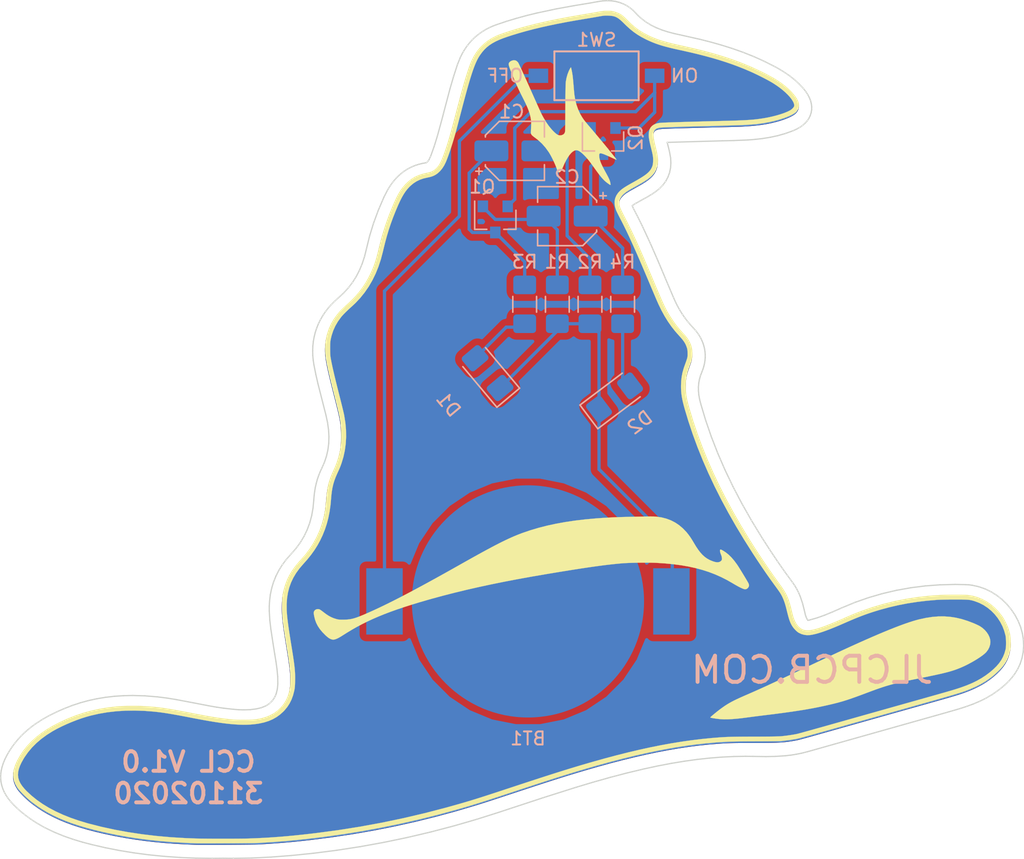
<source format=kicad_pcb>
(kicad_pcb (version 20171130) (host pcbnew "(5.1.7)-1")
  (layers (0 F.Cu signal) (31 B.Cu signal) (34 B.Paste user hide) (35 F.Paste user hide) (36 B.SilkS user) (37 F.SilkS user hide) (38 B.Mask user) (39 F.Mask user hide) (44 Edge.Cuts user))
  (net 0 "")
  (net 1 "Net-(C1-Pad1)")
  (net 2 "Net-(C1-Pad2)")
  (net 3 "Net-(C2-Pad2)")
  (net 4 "Net-(C2-Pad1)")
  (net 5 GND)
  (net 6 "Net-(D1-Pad2)")
  (net 7 "Net-(D2-Pad2)")
  (net 8 "Net-(Q1-Pad2)")
  (net 9 "Net-(BT1-Pad1)")
  (module "Sorting Hat:A6S-1104-H" (layer B.Cu) (at 166 51.25)
    (fp_text reference SW1 (at 0 -2.75) (layer B.SilkS) (effects (justify mirror)))
    (fp_text value SWITCH hide)
    (fp_text user ON (at 6.75 0) (layer B.SilkS) (effects (justify mirror)))
    (fp_text user OFF (at -7 0) (layer B.SilkS) (effects (justify mirror)))
    (pad 1 smd rect (at -4.450001 0) (size 1.5 1.1) (layers B.Cu B.Paste B.Mask) (net 9 "Net-(BT1-Pad1)"))
    (pad 2 smd rect (at 4.450001 0) (size 1.5 1.1) (layers B.Cu B.Paste B.Mask) (net 8 "Net-(Q1-Pad2)"))
  )
  (module "Sorting Hat:MPD_BK-912-TR" (layer B.Cu) (at 160.75 91.5)
    (fp_text reference BT1 (at 0 10.5) (layer B.SilkS) (effects (justify mirror)))
    (fp_text value BATTERY)
    (pad 1 smd rect (at -10.985 0) (size 2.79 5.08) (layers B.Cu B.Paste B.Mask) (net 9 "Net-(BT1-Pad1)"))
    (pad 2 smd rect (at 10.985 0) (size 2.79 5.08) (layers B.Cu B.Paste B.Mask) (net 5 GND))
    (pad 3 smd circle (at 0 0) (size 17.78 17.78) (layers B.Cu B.Paste B.Mask))
  )
  (module "Sorting Hat:F.Mask_g42" (layer F.Cu) (at 158.75 74.75)
    (fp_text reference "" hide)
    (fp_text value "" hide)
  )
  (module "Sorting Hat:F.SilkS_g44" (layer F.Cu) (at 159.5 78.75)
    (fp_text reference G*** hide)
    (fp_text value LOGO hide)
  )
  (module "Sorting Hat:B.Mask_g38" (layer F.Cu) (at 158.75 74.75)
    (fp_text reference "" hide)
    (fp_text value "" hide)
  )
  (module Resistor_SMD:R_1206_3216Metric_Pad1.42x1.75mm_HandSolder (layer B.Cu) (at 163 68.75 270)
    (fp_text reference R1 (at -3.25 0 180) (layer B.SilkS) (effects (justify mirror)))
    (fp_text value 100k)
    (pad 1 smd roundrect (at -1.4875 0 270) (size 1.425 1.75) (layers B.Cu B.Paste B.Mask) (roundrect_rratio 0.1754385964912281) (net 3 "Net-(C2-Pad2)"))
    (pad 2 smd roundrect (at 1.4875 0 270) (size 1.425 1.75) (layers B.Cu B.Paste B.Mask) (roundrect_rratio 0.1754385964912281) (net 5 GND))
  )
  (module Resistor_SMD:R_1206_3216Metric_Pad1.42x1.75mm_HandSolder (layer B.Cu) (at 160.5 68.75 270)
    (fp_text reference R3 (at -3.25 0 180) (layer B.SilkS) (effects (justify mirror)))
    (fp_text value 330)
    (pad 1 smd roundrect (at -1.4875 0 270) (size 1.425 1.75) (layers B.Cu B.Paste B.Mask) (roundrect_rratio 0.1754385964912281) (net 1 "Net-(C1-Pad1)"))
    (pad 2 smd roundrect (at 1.4875 0 270) (size 1.425 1.75) (layers B.Cu B.Paste B.Mask) (roundrect_rratio 0.1754385964912281) (net 6 "Net-(D1-Pad2)"))
  )
  (module Resistor_SMD:R_1206_3216Metric_Pad1.42x1.75mm_HandSolder (layer B.Cu) (at 168 68.75 270)
    (fp_text reference R4 (at -3.25 0 180) (layer B.SilkS) (effects (justify mirror)))
    (fp_text value 330)
    (pad 2 smd roundrect (at 1.4875 0 270) (size 1.425 1.75) (layers B.Cu B.Paste B.Mask) (roundrect_rratio 0.1754385964912281) (net 7 "Net-(D2-Pad2)"))
    (pad 1 smd roundrect (at -1.4875 0 270) (size 1.425 1.75) (layers B.Cu B.Paste B.Mask) (roundrect_rratio 0.1754385964912281) (net 4 "Net-(C2-Pad1)"))
  )
  (module Resistor_SMD:R_1206_3216Metric_Pad1.42x1.75mm_HandSolder (layer B.Cu) (at 165.5 68.75 270)
    (fp_text reference R2 (at -3.25 0 180) (layer B.SilkS) (effects (justify mirror)))
    (fp_text value 100k)
    (pad 2 smd roundrect (at 1.4875 0 270) (size 1.425 1.75) (layers B.Cu B.Paste B.Mask) (roundrect_rratio 0.1754385964912281) (net 5 GND))
    (pad 1 smd roundrect (at -1.4875 0 270) (size 1.425 1.75) (layers B.Cu B.Paste B.Mask) (roundrect_rratio 0.1754385964912281) (net 2 "Net-(C1-Pad2)"))
  )
  (module Diode_SMD:D_1206_3216Metric_Pad1.42x1.75mm_HandSolder (layer B.Cu) (at 157.66 74.02 130)
    (fp_text reference D1 (at 0.089856 -3.840824 130) (layer B.SilkS) (effects (justify mirror)))
    (fp_text value LED)
    (pad 1 smd roundrect (at -1.4875 0 130) (size 1.425 1.75) (layers B.Cu B.Paste B.Mask) (roundrect_rratio 0.1754385964912281) (net 5 GND))
    (pad 2 smd roundrect (at 1.4875 0 130) (size 1.425 1.75) (layers B.Cu B.Paste B.Mask) (roundrect_rratio 0.1754385964912281) (net 6 "Net-(D1-Pad2)"))
  )
  (module Diode_SMD:D_1206_3216Metric_Pad1.42x1.75mm_HandSolder (layer B.Cu) (at 167.38 75.89 37)
    (fp_text reference D2 (at 0.399886 2.692915 37) (layer B.SilkS) (effects (justify mirror)))
    (fp_text value LED)
    (pad 2 smd roundrect (at 1.4875 0 37) (size 1.425 1.75) (layers B.Cu B.Paste B.Mask) (roundrect_rratio 0.1754385964912281) (net 7 "Net-(D2-Pad2)"))
    (pad 1 smd roundrect (at -1.4875 0 37) (size 1.425 1.75) (layers B.Cu B.Paste B.Mask) (roundrect_rratio 0.1754385964912281) (net 5 GND))
  )
  (module Package_TO_SOT_SMD:SOT-23 (layer B.Cu) (at 158.25 62.25 270)
    (fp_text reference Q1 (at -2.5 1) (layer B.SilkS) (effects (justify mirror)))
    (fp_text value BC807)
    (pad 1 smd rect (at -1 0.95 270) (size 0.9 0.8) (layers B.Cu B.Paste B.Mask) (net 3 "Net-(C2-Pad2)"))
    (pad 2 smd rect (at -1 -0.95 270) (size 0.9 0.8) (layers B.Cu B.Paste B.Mask) (net 8 "Net-(Q1-Pad2)"))
    (pad 3 smd rect (at 1 0 270) (size 0.9 0.8) (layers B.Cu B.Paste B.Mask) (net 1 "Net-(C1-Pad1)"))
  )
  (module Package_TO_SOT_SMD:SOT-23 (layer B.Cu) (at 166.5 56.25 270)
    (fp_text reference Q2 (at -0.25 -2.5 90) (layer B.SilkS) (effects (justify mirror)))
    (fp_text value BC807)
    (pad 3 smd rect (at 1 0 270) (size 0.9 0.8) (layers B.Cu B.Paste B.Mask) (net 4 "Net-(C2-Pad1)"))
    (pad 2 smd rect (at -1 -0.95 270) (size 0.9 0.8) (layers B.Cu B.Paste B.Mask) (net 8 "Net-(Q1-Pad2)"))
    (pad 1 smd rect (at -1 0.95 270) (size 0.9 0.8) (layers B.Cu B.Paste B.Mask) (net 2 "Net-(C1-Pad2)"))
  )
  (module Capacitor_SMD:CP_Elec_4x5.4 (layer B.Cu) (at 159.75 57)
    (fp_text reference C1 (at -0.25 -3) (layer B.SilkS) (effects (justify mirror)))
    (fp_text value 10uF)
    (pad 1 smd roundrect (at -1.8 0) (size 2.6 1.6) (layers B.Cu B.Paste B.Mask) (roundrect_rratio 0.15625) (net 1 "Net-(C1-Pad1)"))
    (pad 2 smd roundrect (at 1.8 0) (size 2.6 1.6) (layers B.Cu B.Paste B.Mask) (roundrect_rratio 0.15625) (net 2 "Net-(C1-Pad2)"))
  )
  (module Capacitor_SMD:CP_Elec_4x5.4 (layer B.Cu) (at 163.75 62 180)
    (fp_text reference C2 (at 0 3) (layer B.SilkS) (effects (justify mirror)))
    (fp_text value 10uF)
    (pad 2 smd roundrect (at 1.8 0 180) (size 2.6 1.6) (layers B.Cu B.Paste B.Mask) (roundrect_rratio 0.15625) (net 3 "Net-(C2-Pad2)"))
    (pad 1 smd roundrect (at -1.8 0 180) (size 2.6 1.6) (layers B.Cu B.Paste B.Mask) (roundrect_rratio 0.15625) (net 4 "Net-(C2-Pad1)"))
  )
  (gr_text JLCPCB.COM (at 182.5 96.75) (layer B.SilkS) (effects (font (size 2 2) (thickness 0.3)) (justify mirror)))
  (gr_text "CCL V1.0\n31102020" (at 134.75 105) (layer B.SilkS) (effects (font (size 1.5 1.5) (thickness 0.3)) (justify mirror)))
  (gr_line (start 138.1963 111.1723) (end 137.3919 111.1653) (layer Edge.Cuts) (width 0.1))
  (gr_line (start 137.3919 111.1653) (end 136.5733 111.1723) (layer Edge.Cuts) (width 0.1))
  (gr_line (start 136.5733 111.1723) (end 135.3217 111.1557) (layer Edge.Cuts) (width 0.1))
  (gr_line (start 135.3217 111.1557) (end 134.1004 111.106) (layer Edge.Cuts) (width 0.1))
  (gr_line (start 134.1004 111.106) (end 132.9074 111.0231) (layer Edge.Cuts) (width 0.1))
  (gr_line (start 132.9074 111.0231) (end 131.7406 110.9068) (layer Edge.Cuts) (width 0.1))
  (gr_line (start 131.7406 110.9068) (end 130.5979 110.7571) (layer Edge.Cuts) (width 0.1))
  (gr_line (start 130.5979 110.7571) (end 129.47736 110.5739) (layer Edge.Cuts) (width 0.1))
  (gr_line (start 129.47736 110.5739) (end 128.3768 110.3572) (layer Edge.Cuts) (width 0.1))
  (gr_line (start 128.3768 110.3572) (end 127.29418 110.1068) (layer Edge.Cuts) (width 0.1))
  (gr_line (start 127.29418 110.1068) (end 126.6383 109.9338) (layer Edge.Cuts) (width 0.1))
  (gr_line (start 126.6383 109.9338) (end 125.94752 109.7272) (layer Edge.Cuts) (width 0.1))
  (gr_line (start 125.94752 109.7272) (end 125.23193 109.479) (layer Edge.Cuts) (width 0.1))
  (gr_line (start 125.23193 109.479) (end 124.50162 109.1815) (layer Edge.Cuts) (width 0.1))
  (gr_line (start 124.50162 109.1815) (end 123.76669 108.8268) (layer Edge.Cuts) (width 0.1))
  (gr_line (start 123.76669 108.8268) (end 123.40063 108.6255) (layer Edge.Cuts) (width 0.1))
  (gr_line (start 123.40063 108.6255) (end 123.03721 108.4069) (layer Edge.Cuts) (width 0.1))
  (gr_line (start 123.03721 108.4069) (end 122.67767 108.1702) (layer Edge.Cuts) (width 0.1))
  (gr_line (start 122.67767 108.1702) (end 122.32327 107.9142) (layer Edge.Cuts) (width 0.1))
  (gr_line (start 122.32327 107.9142) (end 121.97529 107.638) (layer Edge.Cuts) (width 0.1))
  (gr_line (start 121.97529 107.638) (end 121.63497 107.3407) (layer Edge.Cuts) (width 0.1))
  (gr_line (start 121.63497 107.3407) (end 121.37721 107.0916) (layer Edge.Cuts) (width 0.1))
  (gr_line (start 121.37721 107.0916) (end 121.14899 106.8416) (layer Edge.Cuts) (width 0.1))
  (gr_line (start 121.14899 106.8416) (end 120.95025 106.5902) (layer Edge.Cuts) (width 0.1))
  (gr_line (start 120.95025 106.5902) (end 120.78093 106.3369) (layer Edge.Cuts) (width 0.1))
  (gr_line (start 120.78093 106.3369) (end 120.64097 106.0813) (layer Edge.Cuts) (width 0.1))
  (gr_line (start 120.64097 106.0813) (end 120.53029 105.8229) (layer Edge.Cuts) (width 0.1))
  (gr_line (start 120.53029 105.8229) (end 120.448851 105.5613) (layer Edge.Cuts) (width 0.1))
  (gr_line (start 120.448851 105.5613) (end 120.39658 105.2961) (layer Edge.Cuts) (width 0.1))
  (gr_line (start 120.39658 105.2961) (end 120.373416 105.0267) (layer Edge.Cuts) (width 0.1))
  (gr_line (start 120.373416 105.0267) (end 120.379297 104.7527) (layer Edge.Cuts) (width 0.1))
  (gr_line (start 120.379297 104.7527) (end 120.414162 104.4736) (layer Edge.Cuts) (width 0.1))
  (gr_line (start 120.414162 104.4736) (end 120.477949 104.1891) (layer Edge.Cuts) (width 0.1))
  (gr_line (start 120.477949 104.1891) (end 120.57059 103.8986) (layer Edge.Cuts) (width 0.1))
  (gr_line (start 120.57059 103.8986) (end 120.69204 103.6017) (layer Edge.Cuts) (width 0.1))
  (gr_line (start 120.69204 103.6017) (end 120.84222 103.298) (layer Edge.Cuts) (width 0.1))
  (gr_line (start 120.84222 103.298) (end 121.02107 102.9869) (layer Edge.Cuts) (width 0.1))
  (gr_line (start 121.02107 102.9869) (end 121.23583 102.6587) (layer Edge.Cuts) (width 0.1))
  (gr_line (start 121.23583 102.6587) (end 121.46373 102.351) (layer Edge.Cuts) (width 0.1))
  (gr_line (start 121.46373 102.351) (end 121.70335 102.0629) (layer Edge.Cuts) (width 0.1))
  (gr_line (start 121.70335 102.0629) (end 121.95328 101.7935) (layer Edge.Cuts) (width 0.1))
  (gr_line (start 121.95328 101.7935) (end 122.2121 101.5419) (layer Edge.Cuts) (width 0.1))
  (gr_line (start 122.2121 101.5419) (end 122.47839 101.3074) (layer Edge.Cuts) (width 0.1))
  (gr_line (start 122.47839 101.3074) (end 122.75074 101.089) (layer Edge.Cuts) (width 0.1))
  (gr_line (start 122.75074 101.089) (end 123.02773 100.8858) (layer Edge.Cuts) (width 0.1))
  (gr_line (start 123.02773 100.8858) (end 123.58996 100.5218) (layer Edge.Cuts) (width 0.1))
  (gr_line (start 123.58996 100.5218) (end 124.15377 100.2084) (layer Edge.Cuts) (width 0.1))
  (gr_line (start 124.15377 100.2084) (end 124.70782 99.9387) (layer Edge.Cuts) (width 0.1))
  (gr_line (start 124.70782 99.9387) (end 125.24078 99.7057) (layer Edge.Cuts) (width 0.1))
  (gr_line (start 125.24078 99.7057) (end 125.85156 99.4681) (layer Edge.Cuts) (width 0.1))
  (gr_line (start 125.85156 99.4681) (end 126.47267 99.2633) (layer Edge.Cuts) (width 0.1))
  (gr_line (start 126.47267 99.2633) (end 127.10519 99.0909) (layer Edge.Cuts) (width 0.1))
  (gr_line (start 127.10519 99.0909) (end 127.7502 98.9506) (layer Edge.Cuts) (width 0.1))
  (gr_line (start 127.7502 98.9506) (end 128.40877 98.8421) (layer Edge.Cuts) (width 0.1))
  (gr_line (start 128.40877 98.8421) (end 129.08198 98.765) (layer Edge.Cuts) (width 0.1))
  (gr_line (start 129.08198 98.765) (end 129.7709 98.7189) (layer Edge.Cuts) (width 0.1))
  (gr_line (start 129.7709 98.7189) (end 130.4766 98.7037) (layer Edge.Cuts) (width 0.1))
  (gr_line (start 130.4766 98.7037) (end 131.4133 98.7301) (layer Edge.Cuts) (width 0.1))
  (gr_line (start 131.4133 98.7301) (end 132.3818 98.8095) (layer Edge.Cuts) (width 0.1))
  (gr_line (start 132.3818 98.8095) (end 133.0964 98.8991) (layer Edge.Cuts) (width 0.1))
  (gr_line (start 133.0964 98.8991) (end 133.801 99.0133) (layer Edge.Cuts) (width 0.1))
  (gr_line (start 133.801 99.0133) (end 135.1832 99.2752) (layer Edge.Cuts) (width 0.1))
  (gr_line (start 135.1832 99.2752) (end 136.3325 99.4975) (layer Edge.Cuts) (width 0.1))
  (gr_line (start 136.3325 99.4975) (end 136.8949 99.5948) (layer Edge.Cuts) (width 0.1))
  (gr_line (start 136.8949 99.5948) (end 137.4554 99.6774) (layer Edge.Cuts) (width 0.1))
  (gr_line (start 137.4554 99.6774) (end 138.2245 99.7648) (layer Edge.Cuts) (width 0.1))
  (gr_line (start 138.2245 99.7648) (end 138.6183 99.7935) (layer Edge.Cuts) (width 0.1))
  (gr_line (start 138.6183 99.7935) (end 139.0148 99.8045) (layer Edge.Cuts) (width 0.1))
  (gr_line (start 139.0148 99.8045) (end 139.492 99.7877) (layer Edge.Cuts) (width 0.1))
  (gr_line (start 139.492 99.7877) (end 139.9321 99.7339) (layer Edge.Cuts) (width 0.1))
  (gr_line (start 139.9321 99.7339) (end 140.3125 99.6457) (layer Edge.Cuts) (width 0.1))
  (gr_line (start 140.3125 99.6457) (end 140.6438 99.5135) (layer Edge.Cuts) (width 0.1))
  (gr_line (start 140.6438 99.5135) (end 140.7911 99.4311) (layer Edge.Cuts) (width 0.1))
  (gr_line (start 140.7911 99.4311) (end 140.9261 99.3378) (layer Edge.Cuts) (width 0.1))
  (gr_line (start 140.9261 99.3378) (end 141.0487 99.2338) (layer Edge.Cuts) (width 0.1))
  (gr_line (start 141.0487 99.2338) (end 141.1591 99.1191) (layer Edge.Cuts) (width 0.1))
  (gr_line (start 141.1591 99.1191) (end 141.2571 98.9937) (layer Edge.Cuts) (width 0.1))
  (gr_line (start 141.2571 98.9937) (end 141.3428 98.8577) (layer Edge.Cuts) (width 0.1))
  (gr_line (start 141.3428 98.8577) (end 141.4162 98.7111) (layer Edge.Cuts) (width 0.1))
  (gr_line (start 141.4162 98.7111) (end 141.4772 98.5541) (layer Edge.Cuts) (width 0.1))
  (gr_line (start 141.4772 98.5541) (end 141.5621 98.2086) (layer Edge.Cuts) (width 0.1))
  (gr_line (start 141.5621 98.2086) (end 141.5974 97.8216) (layer Edge.Cuts) (width 0.1))
  (gr_line (start 141.5974 97.8216) (end 141.5877 97.2598) (layer Edge.Cuts) (width 0.1))
  (gr_line (start 141.5877 97.2598) (end 141.5357 96.6926) (layer Edge.Cuts) (width 0.1))
  (gr_line (start 141.5357 96.6926) (end 141.4546 96.1149) (layer Edge.Cuts) (width 0.1))
  (gr_line (start 141.4546 96.1149) (end 141.3575 95.5212) (layer Edge.Cuts) (width 0.1))
  (gr_line (start 141.3575 95.5212) (end 141.2305 94.7239) (layer Edge.Cuts) (width 0.1))
  (gr_line (start 141.2305 94.7239) (end 141.167 94.3076) (layer Edge.Cuts) (width 0.1))
  (gr_line (start 141.167 94.3076) (end 141.0646 93.6285) (layer Edge.Cuts) (width 0.1))
  (gr_line (start 141.0646 93.6285) (end 140.9827 92.9342) (layer Edge.Cuts) (width 0.1))
  (gr_line (start 140.9827 92.9342) (end 140.9418 92.2227) (layer Edge.Cuts) (width 0.1))
  (gr_line (start 140.9418 92.2227) (end 140.9431 91.8599) (layer Edge.Cuts) (width 0.1))
  (gr_line (start 140.9431 91.8599) (end 140.9624 91.4921) (layer Edge.Cuts) (width 0.1))
  (gr_line (start 140.9624 91.4921) (end 141.0229 90.9861) (layer Edge.Cuts) (width 0.1))
  (gr_line (start 141.0229 90.9861) (end 141.1249 90.495) (layer Edge.Cuts) (width 0.1))
  (gr_line (start 141.1249 90.495) (end 141.2683 90.0194) (layer Edge.Cuts) (width 0.1))
  (gr_line (start 141.2683 90.0194) (end 141.4528 89.5595) (layer Edge.Cuts) (width 0.1))
  (gr_line (start 141.4528 89.5595) (end 141.6784 89.1158) (layer Edge.Cuts) (width 0.1))
  (gr_line (start 141.6784 89.1158) (end 141.9448 88.6888) (layer Edge.Cuts) (width 0.1))
  (gr_line (start 141.9448 88.6888) (end 142.2518 88.2788) (layer Edge.Cuts) (width 0.1))
  (gr_line (start 142.2518 88.2788) (end 142.5995 87.8863) (layer Edge.Cuts) (width 0.1))
  (gr_line (start 142.5995 87.8863) (end 142.9829 87.4498) (layer Edge.Cuts) (width 0.1))
  (gr_line (start 142.9829 87.4498) (end 143.3184 86.992) (layer Edge.Cuts) (width 0.1))
  (gr_line (start 143.3184 86.992) (end 143.6065 86.5118) (layer Edge.Cuts) (width 0.1))
  (gr_line (start 143.6065 86.5118) (end 143.8476 86.0084) (layer Edge.Cuts) (width 0.1))
  (gr_line (start 143.8476 86.0084) (end 144.0419 85.4808) (layer Edge.Cuts) (width 0.1))
  (gr_line (start 144.0419 85.4808) (end 144.1901 84.9282) (layer Edge.Cuts) (width 0.1))
  (gr_line (start 144.1901 84.9282) (end 144.2925 84.3496) (layer Edge.Cuts) (width 0.1))
  (gr_line (start 144.2925 84.3496) (end 144.3494 83.7442) (layer Edge.Cuts) (width 0.1))
  (gr_line (start 144.3494 83.7442) (end 144.3752 83.4115) (layer Edge.Cuts) (width 0.1))
  (gr_line (start 144.3752 83.4115) (end 144.4156 83.0858) (layer Edge.Cuts) (width 0.1))
  (gr_line (start 144.4156 83.0858) (end 144.4705 82.7676) (layer Edge.Cuts) (width 0.1))
  (gr_line (start 144.4705 82.7676) (end 144.54 82.4573) (layer Edge.Cuts) (width 0.1))
  (gr_line (start 144.54 82.4573) (end 144.624 82.1552) (layer Edge.Cuts) (width 0.1))
  (gr_line (start 144.624 82.1552) (end 144.7225 81.8618) (layer Edge.Cuts) (width 0.1))
  (gr_line (start 144.7225 81.8618) (end 144.8357 81.5775) (layer Edge.Cuts) (width 0.1))
  (gr_line (start 144.8357 81.5775) (end 144.9633 81.3027) (layer Edge.Cuts) (width 0.1))
  (gr_line (start 144.9633 81.3027) (end 145.1671 80.8432) (layer Edge.Cuts) (width 0.1))
  (gr_line (start 145.1671 80.8432) (end 145.3235 80.3738) (layer Edge.Cuts) (width 0.1))
  (gr_line (start 145.3235 80.3738) (end 145.4328 79.8922) (layer Edge.Cuts) (width 0.1))
  (gr_line (start 145.4328 79.8922) (end 145.4952 79.3966) (layer Edge.Cuts) (width 0.1))
  (gr_line (start 145.4952 79.3966) (end 145.511 78.8847) (layer Edge.Cuts) (width 0.1))
  (gr_line (start 145.511 78.8847) (end 145.4803 78.3545) (layer Edge.Cuts) (width 0.1))
  (gr_line (start 145.4803 78.3545) (end 145.4036 77.804) (layer Edge.Cuts) (width 0.1))
  (gr_line (start 145.4036 77.804) (end 145.2809 77.2311) (layer Edge.Cuts) (width 0.1))
  (gr_line (start 145.2809 77.2311) (end 145.0268 76.2362) (layer Edge.Cuts) (width 0.1))
  (gr_line (start 145.0268 76.2362) (end 144.6714 74.8364) (layer Edge.Cuts) (width 0.1))
  (gr_line (start 144.6714 74.8364) (end 144.5079 74.1216) (layer Edge.Cuts) (width 0.1))
  (gr_line (start 144.5079 74.1216) (end 144.3636 73.3995) (layer Edge.Cuts) (width 0.1))
  (gr_line (start 144.3636 73.3995) (end 144.3067 73.0296) (layer Edge.Cuts) (width 0.1))
  (gr_line (start 144.3067 73.0296) (end 144.2737 72.6639) (layer Edge.Cuts) (width 0.1))
  (gr_line (start 144.2737 72.6639) (end 144.2644 72.3028) (layer Edge.Cuts) (width 0.1))
  (gr_line (start 144.2644 72.3028) (end 144.2785 71.9469) (layer Edge.Cuts) (width 0.1))
  (gr_line (start 144.2785 71.9469) (end 144.3161 71.5966) (layer Edge.Cuts) (width 0.1))
  (gr_line (start 144.3161 71.5966) (end 144.3768 71.2526) (layer Edge.Cuts) (width 0.1))
  (gr_line (start 144.3768 71.2526) (end 144.4606 70.9151) (layer Edge.Cuts) (width 0.1))
  (gr_line (start 144.4606 70.9151) (end 144.5673 70.5849) (layer Edge.Cuts) (width 0.1))
  (gr_line (start 144.5673 70.5849) (end 144.6967 70.2624) (layer Edge.Cuts) (width 0.1))
  (gr_line (start 144.6967 70.2624) (end 144.8487 69.948) (layer Edge.Cuts) (width 0.1))
  (gr_line (start 144.8487 69.948) (end 145.0232 69.6424) (layer Edge.Cuts) (width 0.1))
  (gr_line (start 145.0232 69.6424) (end 145.2199 69.346) (layer Edge.Cuts) (width 0.1))
  (gr_line (start 145.2199 69.346) (end 145.4387 69.0593) (layer Edge.Cuts) (width 0.1))
  (gr_line (start 145.4387 69.0593) (end 145.6796 68.7828) (layer Edge.Cuts) (width 0.1))
  (gr_line (start 145.6796 68.7828) (end 145.9422 68.517) (layer Edge.Cuts) (width 0.1))
  (gr_line (start 145.9422 68.517) (end 146.2264 68.2625) (layer Edge.Cuts) (width 0.1))
  (gr_line (start 146.2264 68.2625) (end 146.6272 67.8936) (layer Edge.Cuts) (width 0.1))
  (gr_line (start 146.6272 67.8936) (end 146.9885 67.5001) (layer Edge.Cuts) (width 0.1))
  (gr_line (start 146.9885 67.5001) (end 147.3115 67.0795) (layer Edge.Cuts) (width 0.1))
  (gr_line (start 147.3115 67.0795) (end 147.5971 66.6298) (layer Edge.Cuts) (width 0.1))
  (gr_line (start 147.5971 66.6298) (end 147.8464 66.1487) (layer Edge.Cuts) (width 0.1))
  (gr_line (start 147.8464 66.1487) (end 148.0602 65.6339) (layer Edge.Cuts) (width 0.1))
  (gr_line (start 148.0602 65.6339) (end 148.2397 65.0832) (layer Edge.Cuts) (width 0.1))
  (gr_line (start 148.2397 65.0832) (end 148.3857 64.4944) (layer Edge.Cuts) (width 0.1))
  (gr_line (start 148.3857 64.4944) (end 148.6228 63.5248) (layer Edge.Cuts) (width 0.1))
  (gr_line (start 148.6228 63.5248) (end 148.9229 62.5486) (layer Edge.Cuts) (width 0.1))
  (gr_line (start 148.9229 62.5486) (end 149.2877 61.5591) (layer Edge.Cuts) (width 0.1))
  (gr_line (start 149.2877 61.5591) (end 149.7193 60.5499) (layer Edge.Cuts) (width 0.1))
  (gr_line (start 149.7193 60.5499) (end 150 60) (layer Edge.Cuts) (width 0.1))
  (gr_line (start 150 60) (end 150.1524 59.7493) (layer Edge.Cuts) (width 0.1))
  (gr_line (start 150.1524 59.7493) (end 150.3131 59.5145) (layer Edge.Cuts) (width 0.1))
  (gr_line (start 150.3131 59.5145) (end 150.482 59.2956) (layer Edge.Cuts) (width 0.1))
  (gr_line (start 150.482 59.2956) (end 150.6594 59.0925) (layer Edge.Cuts) (width 0.1))
  (gr_line (start 150.6594 59.0925) (end 150.8453 58.9053) (layer Edge.Cuts) (width 0.1))
  (gr_line (start 150.8453 58.9053) (end 151.0398 58.7337) (layer Edge.Cuts) (width 0.1))
  (gr_line (start 151.0398 58.7337) (end 151.2429 58.5778) (layer Edge.Cuts) (width 0.1))
  (gr_line (start 151.2429 58.5778) (end 151.4548 58.4374) (layer Edge.Cuts) (width 0.1))
  (gr_line (start 151.4548 58.4374) (end 151.6756 58.3125) (layer Edge.Cuts) (width 0.1))
  (gr_line (start 151.6756 58.3125) (end 151.9054 58.2031) (layer Edge.Cuts) (width 0.1))
  (gr_line (start 151.9054 58.2031) (end 152.1442 58.1089) (layer Edge.Cuts) (width 0.1))
  (gr_line (start 152.1442 58.1089) (end 152.3921 58.0301) (layer Edge.Cuts) (width 0.1))
  (gr_line (start 152.3921 58.0301) (end 152.6493 57.9664) (layer Edge.Cuts) (width 0.1))
  (gr_line (start 152.6493 57.9664) (end 152.9159 57.9178) (layer Edge.Cuts) (width 0.1))
  (gr_line (start 152.9159 57.9178) (end 152.9707 57.9025) (layer Edge.Cuts) (width 0.1))
  (gr_line (start 152.9707 57.9025) (end 153.0579 57.8376) (layer Edge.Cuts) (width 0.1))
  (gr_line (start 153.0579 57.8376) (end 153.1729 57.6787) (layer Edge.Cuts) (width 0.1))
  (gr_line (start 153.1729 57.6787) (end 153.311 57.3816) (layer Edge.Cuts) (width 0.1))
  (gr_line (start 153.311 57.3816) (end 153.5784 56.6306) (layer Edge.Cuts) (width 0.1))
  (gr_line (start 153.5784 56.6306) (end 153.8147 55.8671) (layer Edge.Cuts) (width 0.1))
  (gr_line (start 153.8147 55.8671) (end 154.2284 54.3473) (layer Edge.Cuts) (width 0.1))
  (gr_line (start 154.2284 54.3473) (end 154.2848 54.1215) (layer Edge.Cuts) (width 0.1))
  (gr_line (start 154.2848 54.1215) (end 154.7788 52.2507) (layer Edge.Cuts) (width 0.1))
  (gr_line (start 154.7788 52.2507) (end 155.0529 51.3103) (layer Edge.Cuts) (width 0.1))
  (gr_line (start 155.0529 51.3103) (end 155.3574 50.3746) (layer Edge.Cuts) (width 0.1))
  (gr_line (start 155.3574 50.3746) (end 155.5756 49.8358) (layer Edge.Cuts) (width 0.1))
  (gr_line (start 155.5756 49.8358) (end 155.7015 49.5832) (layer Edge.Cuts) (width 0.1))
  (gr_line (start 155.7015 49.5832) (end 155.8385 49.3418) (layer Edge.Cuts) (width 0.1))
  (gr_line (start 155.8385 49.3418) (end 155.9866 49.1117) (layer Edge.Cuts) (width 0.1))
  (gr_line (start 155.9866 49.1117) (end 156.1458 48.89295) (layer Edge.Cuts) (width 0.1))
  (gr_line (start 156.1458 48.89295) (end 156.3159 48.68558) (layer Edge.Cuts) (width 0.1))
  (gr_line (start 156.3159 48.68558) (end 156.497 48.48965) (layer Edge.Cuts) (width 0.1))
  (gr_line (start 156.497 48.48965) (end 156.689 48.30521) (layer Edge.Cuts) (width 0.1))
  (gr_line (start 156.689 48.30521) (end 156.8919 48.13232) (layer Edge.Cuts) (width 0.1))
  (gr_line (start 156.8919 48.13232) (end 157.1056 47.97103) (layer Edge.Cuts) (width 0.1))
  (gr_line (start 157.1056 47.97103) (end 157.3301 47.82138) (layer Edge.Cuts) (width 0.1))
  (gr_line (start 157.3301 47.82138) (end 157.5653 47.68344) (layer Edge.Cuts) (width 0.1))
  (gr_line (start 157.5653 47.68344) (end 157.8113 47.55725) (layer Edge.Cuts) (width 0.1))
  (gr_line (start 157.8113 47.55725) (end 158.0679 47.44287) (layer Edge.Cuts) (width 0.1))
  (gr_line (start 158.0679 47.44287) (end 158.3352 47.34034) (layer Edge.Cuts) (width 0.1))
  (gr_line (start 158.3352 47.34034) (end 159.1181 47.07729) (layer Edge.Cuts) (width 0.1))
  (gr_line (start 159.1181 47.07729) (end 159.8978 46.8422) (layer Edge.Cuts) (width 0.1))
  (gr_line (start 159.8978 46.8422) (end 160.6704 46.63258) (layer Edge.Cuts) (width 0.1))
  (gr_line (start 160.6704 46.63258) (end 161.432 46.44594) (layer Edge.Cuts) (width 0.1))
  (gr_line (start 161.432 46.44594) (end 162.9067 46.13171) (layer Edge.Cuts) (width 0.1))
  (gr_line (start 162.9067 46.13171) (end 164.2908 45.87967) (layer Edge.Cuts) (width 0.1))
  (gr_line (start 164.2908 45.87967) (end 164.9399 45.77382) (layer Edge.Cuts) (width 0.1))
  (gr_line (start 164.9399 45.77382) (end 165.5106 45.68033) (layer Edge.Cuts) (width 0.1))
  (gr_line (start 165.5106 45.68033) (end 166.076 45.57624) (layer Edge.Cuts) (width 0.1))
  (gr_line (start 166.076 45.57624) (end 166.465 45.51891) (layer Edge.Cuts) (width 0.1))
  (gr_line (start 166.465 45.51891) (end 166.8381 45.49863) (layer Edge.Cuts) (width 0.1))
  (gr_line (start 166.8381 45.49863) (end 167.1555 45.51379) (layer Edge.Cuts) (width 0.1))
  (gr_line (start 167.1555 45.51379) (end 167.4613 45.55905) (layer Edge.Cuts) (width 0.1))
  (gr_line (start 167.4613 45.55905) (end 167.7545 45.63408) (layer Edge.Cuts) (width 0.1))
  (gr_line (start 167.7545 45.63408) (end 168.0342 45.73854) (layer Edge.Cuts) (width 0.1))
  (gr_line (start 168.0342 45.73854) (end 168.2993 45.87212) (layer Edge.Cuts) (width 0.1))
  (gr_line (start 168.2993 45.87212) (end 168.5488 46.03447) (layer Edge.Cuts) (width 0.1))
  (gr_line (start 168.5488 46.03447) (end 168.7819 46.22527) (layer Edge.Cuts) (width 0.1))
  (gr_line (start 168.7819 46.22527) (end 168.9974 46.44418) (layer Edge.Cuts) (width 0.1))
  (gr_line (start 168.9974 46.44418) (end 169.1744 46.63111) (layer Edge.Cuts) (width 0.1))
  (gr_line (start 169.1744 46.63111) (end 169.3585 46.80343) (layer Edge.Cuts) (width 0.1))
  (gr_line (start 169.3585 46.80343) (end 169.746 47.10737) (layer Edge.Cuts) (width 0.1))
  (gr_line (start 169.746 47.10737) (end 170.1556 47.36218) (layer Edge.Cuts) (width 0.1))
  (gr_line (start 170.1556 47.36218) (end 170.5833 47.57408) (layer Edge.Cuts) (width 0.1))
  (gr_line (start 170.5833 47.57408) (end 171.0248 47.74926) (layer Edge.Cuts) (width 0.1))
  (gr_line (start 171.0248 47.74926) (end 171.4761 47.89393) (layer Edge.Cuts) (width 0.1))
  (gr_line (start 171.4761 47.89393) (end 171.9331 48.01429) (layer Edge.Cuts) (width 0.1))
  (gr_line (start 171.9331 48.01429) (end 172.3915 48.11654) (layer Edge.Cuts) (width 0.1))
  (gr_line (start 172.3915 48.11654) (end 173.935 48.46319) (layer Edge.Cuts) (width 0.1))
  (gr_line (start 173.935 48.46319) (end 174.7412 48.66826) (layer Edge.Cuts) (width 0.1))
  (gr_line (start 174.7412 48.66826) (end 175.5633 48.8998) (layer Edge.Cuts) (width 0.1))
  (gr_line (start 175.5633 48.8998) (end 176.396 49.1618) (layer Edge.Cuts) (width 0.1))
  (gr_line (start 176.396 49.1618) (end 177.2339 49.4581) (layer Edge.Cuts) (width 0.1))
  (gr_line (start 177.2339 49.4581) (end 178.0718 49.7929) (layer Edge.Cuts) (width 0.1))
  (gr_line (start 178.0718 49.7929) (end 178.9045 50.1699) (layer Edge.Cuts) (width 0.1))
  (gr_line (start 178.9045 50.1699) (end 179.6539 50.5503) (layer Edge.Cuts) (width 0.1))
  (gr_line (start 179.6539 50.5503) (end 180.0361 50.7651) (layer Edge.Cuts) (width 0.1))
  (gr_line (start 180.0361 50.7651) (end 180.4172 51.0008) (layer Edge.Cuts) (width 0.1))
  (gr_line (start 180.4172 51.0008) (end 180.7927 51.2611) (layer Edge.Cuts) (width 0.1))
  (gr_line (start 180.7927 51.2611) (end 181.158 51.5492) (layer Edge.Cuts) (width 0.1))
  (gr_line (start 181.158 51.5492) (end 181.5086 51.8688) (layer Edge.Cuts) (width 0.1))
  (gr_line (start 181.5086 51.8688) (end 181.84 52.2233) (layer Edge.Cuts) (width 0.1))
  (gr_line (start 181.84 52.2233) (end 182.0255 52.4611) (layer Edge.Cuts) (width 0.1))
  (gr_line (start 182.0255 52.4611) (end 182.1797 52.698) (layer Edge.Cuts) (width 0.1))
  (gr_line (start 182.1797 52.698) (end 182.3022 52.9337) (layer Edge.Cuts) (width 0.1))
  (gr_line (start 182.3022 52.9337) (end 182.393 53.168) (layer Edge.Cuts) (width 0.1))
  (gr_line (start 182.393 53.168) (end 182.4517 53.4007) (layer Edge.Cuts) (width 0.1))
  (gr_line (start 182.4517 53.4007) (end 182.478 53.6314) (layer Edge.Cuts) (width 0.1))
  (gr_line (start 182.478 53.6314) (end 182.4718 53.86) (layer Edge.Cuts) (width 0.1))
  (gr_line (start 182.4718 53.86) (end 182.4327 54.0862) (layer Edge.Cuts) (width 0.1))
  (gr_line (start 182.4327 54.0862) (end 182.3622 54.3048) (layer Edge.Cuts) (width 0.1))
  (gr_line (start 182.3622 54.3048) (end 182.2621 54.5106) (layer Edge.Cuts) (width 0.1))
  (gr_line (start 182.2621 54.5106) (end 182.1324 54.7033) (layer Edge.Cuts) (width 0.1))
  (gr_line (start 182.1324 54.7033) (end 181.9731 54.8827) (layer Edge.Cuts) (width 0.1))
  (gr_line (start 181.9731 54.8827) (end 181.7844 55.0486) (layer Edge.Cuts) (width 0.1))
  (gr_line (start 181.7844 55.0486) (end 181.5664 55.2006) (layer Edge.Cuts) (width 0.1))
  (gr_line (start 181.5664 55.2006) (end 181.3191 55.3386) (layer Edge.Cuts) (width 0.1))
  (gr_line (start 181.3191 55.3386) (end 181.0426 55.4622) (layer Edge.Cuts) (width 0.1))
  (gr_line (start 181.0426 55.4622) (end 180.463 55.6712) (layer Edge.Cuts) (width 0.1))
  (gr_line (start 180.463 55.6712) (end 179.8803 55.8361) (layer Edge.Cuts) (width 0.1))
  (gr_line (start 179.8803 55.8361) (end 179.2979 55.9625) (layer Edge.Cuts) (width 0.1))
  (gr_line (start 179.2979 55.9625) (end 178.7193 56.0558) (layer Edge.Cuts) (width 0.1))
  (gr_line (start 178.7193 56.0558) (end 178.148 56.1218) (layer Edge.Cuts) (width 0.1))
  (gr_line (start 178.148 56.1218) (end 177.5874 56.1658) (layer Edge.Cuts) (width 0.1))
  (gr_line (start 177.5874 56.1658) (end 176.5124 56.2102) (layer Edge.Cuts) (width 0.1))
  (gr_line (start 176.5124 56.2102) (end 175.6303 56.2314) (layer Edge.Cuts) (width 0.1))
  (gr_line (start 175.6303 56.2314) (end 171.4106 56.3513) (layer Edge.Cuts) (width 0.1))
  (gr_line (start 171.4106 56.3513) (end 171.4741 56.5983) (layer Edge.Cuts) (width 0.1))
  (gr_line (start 171.4741 56.5983) (end 171.5835 57.0402) (layer Edge.Cuts) (width 0.1))
  (gr_line (start 171.5835 57.0402) (end 171.6717 57.5297) (layer Edge.Cuts) (width 0.1))
  (gr_line (start 171.6717 57.5297) (end 171.6949 57.9238) (layer Edge.Cuts) (width 0.1))
  (gr_line (start 171.6949 57.9238) (end 171.6695 58.3007) (layer Edge.Cuts) (width 0.1))
  (gr_line (start 171.6695 58.3007) (end 171.5958 58.6593) (layer Edge.Cuts) (width 0.1))
  (gr_line (start 171.5958 58.6593) (end 171.4741 58.9983) (layer Edge.Cuts) (width 0.1))
  (gr_line (start 171.4741 58.9983) (end 171.3048 59.3165) (layer Edge.Cuts) (width 0.1))
  (gr_line (start 171.3048 59.3165) (end 171.0882 59.6126) (layer Edge.Cuts) (width 0.1))
  (gr_line (start 171.0882 59.6126) (end 170.8247 59.8853) (layer Edge.Cuts) (width 0.1))
  (gr_line (start 170.8247 59.8853) (end 170.5145 60.1335) (layer Edge.Cuts) (width 0.1))
  (gr_line (start 170.5145 60.1335) (end 170.2489 60.3131) (layer Edge.Cuts) (width 0.1))
  (gr_line (start 170.2489 60.3131) (end 169.9826 60.4749) (layer Edge.Cuts) (width 0.1))
  (gr_line (start 169.9826 60.4749) (end 169.456 60.7686) (layer Edge.Cuts) (width 0.1))
  (gr_line (start 169.456 60.7686) (end 168.9973 61.0226) (layer Edge.Cuts) (width 0.1))
  (gr_line (start 168.9973 61.0226) (end 168.8271 61.1329) (layer Edge.Cuts) (width 0.1))
  (gr_line (start 168.8271 61.1329) (end 168.7363 61.2061) (layer Edge.Cuts) (width 0.1))
  (gr_line (start 168.7363 61.2061) (end 168.828 61.4178) (layer Edge.Cuts) (width 0.1))
  (gr_line (start 168.828 61.4178) (end 169.1702 62.0777) (layer Edge.Cuts) (width 0.1))
  (gr_line (start 169.1702 62.0777) (end 169.4993 62.7438) (layer Edge.Cuts) (width 0.1))
  (gr_line (start 169.4993 62.7438) (end 170.1237 64.0877) (layer Edge.Cuts) (width 0.1))
  (gr_line (start 170.1237 64.0877) (end 170.7124 65.4356) (layer Edge.Cuts) (width 0.1))
  (gr_line (start 170.7124 65.4356) (end 171.2766 66.7736) (layer Edge.Cuts) (width 0.1))
  (gr_line (start 171.2766 66.7736) (end 171.9046 68.2554) (layer Edge.Cuts) (width 0.1))
  (gr_line (start 171.9046 68.2554) (end 172.0528 68.5846) (layer Edge.Cuts) (width 0.1))
  (gr_line (start 172.0528 68.5846) (end 172.2119 68.9006) (layer Edge.Cuts) (width 0.1))
  (gr_line (start 172.2119 68.9006) (end 172.382 69.2041) (layer Edge.Cuts) (width 0.1))
  (gr_line (start 172.382 69.2041) (end 172.5635 69.4956) (layer Edge.Cuts) (width 0.1))
  (gr_line (start 172.5635 69.4956) (end 172.7565 69.7758) (layer Edge.Cuts) (width 0.1))
  (gr_line (start 172.7565 69.7758) (end 172.9614 70.0455) (layer Edge.Cuts) (width 0.1))
  (gr_line (start 172.9614 70.0455) (end 173.1783 70.3053) (layer Edge.Cuts) (width 0.1))
  (gr_line (start 173.1783 70.3053) (end 173.4076 70.5558) (layer Edge.Cuts) (width 0.1))
  (gr_line (start 173.4076 70.5558) (end 173.5729 70.7389) (layer Edge.Cuts) (width 0.1))
  (gr_line (start 173.5729 70.7389) (end 173.722 70.9279) (layer Edge.Cuts) (width 0.1))
  (gr_line (start 173.722 70.9279) (end 173.8549 71.1225) (layer Edge.Cuts) (width 0.1))
  (gr_line (start 173.8549 71.1225) (end 173.9715 71.3222) (layer Edge.Cuts) (width 0.1))
  (gr_line (start 173.9715 71.3222) (end 174.0717 71.5264) (layer Edge.Cuts) (width 0.1))
  (gr_line (start 174.0717 71.5264) (end 174.1554 71.7348) (layer Edge.Cuts) (width 0.1))
  (gr_line (start 174.1554 71.7348) (end 174.2225 71.9468) (layer Edge.Cuts) (width 0.1))
  (gr_line (start 174.2225 71.9468) (end 174.2729 72.162) (layer Edge.Cuts) (width 0.1))
  (gr_line (start 174.2729 72.162) (end 174.3065 72.3799) (layer Edge.Cuts) (width 0.1))
  (gr_line (start 174.3065 72.3799) (end 174.3232 72.6001) (layer Edge.Cuts) (width 0.1))
  (gr_line (start 174.3232 72.6001) (end 174.3229 72.8221) (layer Edge.Cuts) (width 0.1))
  (gr_line (start 174.3229 72.8221) (end 174.3056 73.0455) (layer Edge.Cuts) (width 0.1))
  (gr_line (start 174.3056 73.0455) (end 174.2711 73.2697) (layer Edge.Cuts) (width 0.1))
  (gr_line (start 174.2711 73.2697) (end 174.2194 73.4943) (layer Edge.Cuts) (width 0.1))
  (gr_line (start 174.2194 73.4943) (end 174.1503 73.7188) (layer Edge.Cuts) (width 0.1))
  (gr_line (start 174.1503 73.7188) (end 174.0638 73.9428) (layer Edge.Cuts) (width 0.1))
  (gr_line (start 174.0638 73.9428) (end 173.9583 74.2196) (layer Edge.Cuts) (width 0.1))
  (gr_line (start 173.9583 74.2196) (end 173.8798 74.5003) (layer Edge.Cuts) (width 0.1))
  (gr_line (start 173.8798 74.5003) (end 173.8283 74.7863) (layer Edge.Cuts) (width 0.1))
  (gr_line (start 173.8283 74.7863) (end 173.8036 75.0789) (layer Edge.Cuts) (width 0.1))
  (gr_line (start 173.8036 75.0789) (end 173.8058 75.3795) (layer Edge.Cuts) (width 0.1))
  (gr_line (start 173.8058 75.3795) (end 173.8346 75.6893) (layer Edge.Cuts) (width 0.1))
  (gr_line (start 173.8346 75.6893) (end 173.8901 76.0097) (layer Edge.Cuts) (width 0.1))
  (gr_line (start 173.8901 76.0097) (end 173.9721 76.342) (layer Edge.Cuts) (width 0.1))
  (gr_line (start 173.9721 76.342) (end 174.352 77.6132) (layer Edge.Cuts) (width 0.1))
  (gr_line (start 174.352 77.6132) (end 174.7885 78.8829) (layer Edge.Cuts) (width 0.1))
  (gr_line (start 174.7885 78.8829) (end 175.2828 80.1533) (layer Edge.Cuts) (width 0.1))
  (gr_line (start 175.2828 80.1533) (end 175.8359 81.427) (layer Edge.Cuts) (width 0.1))
  (gr_line (start 175.8359 81.427) (end 176.4488 82.7063) (layer Edge.Cuts) (width 0.1))
  (gr_line (start 176.4488 82.7063) (end 177.1226 83.9937) (layer Edge.Cuts) (width 0.1))
  (gr_line (start 177.1226 83.9937) (end 177.8585 85.2914) (layer Edge.Cuts) (width 0.1))
  (gr_line (start 177.8585 85.2914) (end 178.6575 86.602) (layer Edge.Cuts) (width 0.1))
  (gr_line (start 178.6575 86.602) (end 179.2617 87.5397) (layer Edge.Cuts) (width 0.1))
  (gr_line (start 179.2617 87.5397) (end 179.85 88.4199) (layer Edge.Cuts) (width 0.1))
  (gr_line (start 179.85 88.4199) (end 180.4278 89.2484) (layer Edge.Cuts) (width 0.1))
  (gr_line (start 180.4278 89.2484) (end 181.0002 90.0314) (layer Edge.Cuts) (width 0.1))
  (gr_line (start 181.0002 90.0314) (end 181.1872 90.3032) (layer Edge.Cuts) (width 0.1))
  (gr_line (start 181.1872 90.3032) (end 181.3477 90.577) (layer Edge.Cuts) (width 0.1))
  (gr_line (start 181.3477 90.577) (end 181.4841 90.8504) (layer Edge.Cuts) (width 0.1))
  (gr_line (start 181.4841 90.8504) (end 181.5991 91.1207) (layer Edge.Cuts) (width 0.1))
  (gr_line (start 181.5991 91.1207) (end 181.7752 91.6419) (layer Edge.Cuts) (width 0.1))
  (gr_line (start 181.7752 91.6419) (end 181.8964 92.1201) (layer Edge.Cuts) (width 0.1))
  (gr_line (start 181.8964 92.1201) (end 181.9952 92.5329) (layer Edge.Cuts) (width 0.1))
  (gr_line (start 181.9952 92.5329) (end 182.0492 92.6996) (layer Edge.Cuts) (width 0.1))
  (gr_line (start 182.0492 92.6996) (end 182.1151 92.8398) (layer Edge.Cuts) (width 0.1))
  (gr_line (start 182.1151 92.8398) (end 182.1725 92.9307) (layer Edge.Cuts) (width 0.1))
  (gr_line (start 182.1725 92.9307) (end 182.1928 92.9527) (layer Edge.Cuts) (width 0.1))
  (gr_line (start 182.1928 92.9527) (end 182.2845 92.9315) (layer Edge.Cuts) (width 0.1))
  (gr_line (start 182.2845 92.9315) (end 182.8677 92.7681) (layer Edge.Cuts) (width 0.1))
  (gr_line (start 182.8677 92.7681) (end 183.447 92.5611) (layer Edge.Cuts) (width 0.1))
  (gr_line (start 183.447 92.5611) (end 184.029 92.3223) (layer Edge.Cuts) (width 0.1))
  (gr_line (start 184.029 92.3223) (end 184.6201 92.0636) (layer Edge.Cuts) (width 0.1))
  (gr_line (start 184.6201 92.0636) (end 184.7754 91.993) (layer Edge.Cuts) (width 0.1))
  (gr_line (start 184.7754 91.993) (end 185.792 91.5736) (layer Edge.Cuts) (width 0.1))
  (gr_line (start 185.792 91.5736) (end 186.8301 91.2099) (layer Edge.Cuts) (width 0.1))
  (gr_line (start 186.8301 91.2099) (end 187.8887 90.9019) (layer Edge.Cuts) (width 0.1))
  (gr_line (start 187.8887 90.9019) (end 188.9669 90.6497) (layer Edge.Cuts) (width 0.1))
  (gr_line (start 188.9669 90.6497) (end 190.0635 90.4534) (layer Edge.Cuts) (width 0.1))
  (gr_line (start 190.0635 90.4534) (end 191.1777 90.3131) (layer Edge.Cuts) (width 0.1))
  (gr_line (start 191.1777 90.3131) (end 192.3085 90.2288) (layer Edge.Cuts) (width 0.1))
  (gr_line (start 192.3085 90.2288) (end 193.4547 90.2007) (layer Edge.Cuts) (width 0.1))
  (gr_line (start 193.4547 90.2007) (end 194.2662 90.2149) (layer Edge.Cuts) (width 0.1))
  (gr_line (start 194.2662 90.2149) (end 194.5158 90.2306) (layer Edge.Cuts) (width 0.1))
  (gr_line (start 194.5158 90.2306) (end 194.7642 90.2617) (layer Edge.Cuts) (width 0.1))
  (gr_line (start 194.7642 90.2617) (end 195.2546 90.3687) (layer Edge.Cuts) (width 0.1))
  (gr_line (start 195.2546 90.3687) (end 195.7323 90.533) (layer Edge.Cuts) (width 0.1))
  (gr_line (start 195.7323 90.533) (end 196.1926 90.752) (layer Edge.Cuts) (width 0.1))
  (gr_line (start 196.1926 90.752) (end 196.6304 91.023) (layer Edge.Cuts) (width 0.1))
  (gr_line (start 196.6304 91.023) (end 197.0407 91.3431) (layer Edge.Cuts) (width 0.1))
  (gr_line (start 197.0407 91.3431) (end 197.4186 91.7097) (layer Edge.Cuts) (width 0.1))
  (gr_line (start 197.4186 91.7097) (end 197.7591 92.1201) (layer Edge.Cuts) (width 0.1))
  (gr_line (start 197.7591 92.1201) (end 198.0507 92.5537) (layer Edge.Cuts) (width 0.1))
  (gr_line (start 198.0507 92.5537) (end 198.2899 93.005) (layer Edge.Cuts) (width 0.1))
  (gr_line (start 198.2899 93.005) (end 198.4758 93.4699) (layer Edge.Cuts) (width 0.1))
  (gr_line (start 198.4758 93.4699) (end 198.6077 93.9441) (layer Edge.Cuts) (width 0.1))
  (gr_line (start 198.6077 93.9441) (end 198.6846 94.4237) (layer Edge.Cuts) (width 0.1))
  (gr_line (start 198.6846 94.4237) (end 198.7058 94.9045) (layer Edge.Cuts) (width 0.1))
  (gr_line (start 198.7058 94.9045) (end 198.6704 95.3822) (layer Edge.Cuts) (width 0.1))
  (gr_line (start 198.6704 95.3822) (end 198.5777 95.8529) (layer Edge.Cuts) (width 0.1))
  (gr_line (start 198.5777 95.8529) (end 198.4381 96.28) (layer Edge.Cuts) (width 0.1))
  (gr_line (start 198.4381 96.28) (end 198.2574 96.6683) (layer Edge.Cuts) (width 0.1))
  (gr_line (start 198.2574 96.6683) (end 198.0434 97.0203) (layer Edge.Cuts) (width 0.1))
  (gr_line (start 198.0434 97.0203) (end 197.8041 97.3383) (layer Edge.Cuts) (width 0.1))
  (gr_line (start 197.8041 97.3383) (end 197.5473 97.6244) (layer Edge.Cuts) (width 0.1))
  (gr_line (start 197.5473 97.6244) (end 197.2807 97.8812) (layer Edge.Cuts) (width 0.1))
  (gr_line (start 197.2807 97.8812) (end 197.0124 98.1108) (layer Edge.Cuts) (width 0.1))
  (gr_line (start 197.0124 98.1108) (end 196.7501 98.3156) (layer Edge.Cuts) (width 0.1))
  (gr_line (start 196.7501 98.3156) (end 196.288 98.6363) (layer Edge.Cuts) (width 0.1))
  (gr_line (start 196.288 98.6363) (end 195.8107 98.9138) (layer Edge.Cuts) (width 0.1))
  (gr_line (start 195.8107 98.9138) (end 195.3241 99.1533) (layer Edge.Cuts) (width 0.1))
  (gr_line (start 195.3241 99.1533) (end 194.8343 99.3599) (layer Edge.Cuts) (width 0.1))
  (gr_line (start 194.8343 99.3599) (end 194.347 99.5387) (layer Edge.Cuts) (width 0.1))
  (gr_line (start 194.347 99.5387) (end 193.8684 99.6949) (layer Edge.Cuts) (width 0.1))
  (gr_line (start 193.8684 99.6949) (end 192.9608 99.9597) (layer Edge.Cuts) (width 0.1))
  (gr_line (start 192.9608 99.9597) (end 182.1293 103.0151) (layer Edge.Cuts) (width 0.1))
  (gr_line (start 182.1293 103.0151) (end 181.7051 103.122) (layer Edge.Cuts) (width 0.1))
  (gr_line (start 181.7051 103.122) (end 181.2859 103.2064) (layer Edge.Cuts) (width 0.1))
  (gr_line (start 181.2859 103.2064) (end 180.8731 103.2708) (layer Edge.Cuts) (width 0.1))
  (gr_line (start 180.8731 103.2708) (end 180.4684 103.3177) (layer Edge.Cuts) (width 0.1))
  (gr_line (start 180.4684 103.3177) (end 179.6892 103.3694) (layer Edge.Cuts) (width 0.1))
  (gr_line (start 179.6892 103.3694) (end 178.9609 103.382) (layer Edge.Cuts) (width 0.1))
  (gr_line (start 178.9609 103.382) (end 177.9801 103.3679) (layer Edge.Cuts) (width 0.1))
  (gr_line (start 177.9801 103.3679) (end 177.4156 103.3609) (layer Edge.Cuts) (width 0.1))
  (gr_line (start 177.4156 103.3609) (end 176.5156 103.3758) (layer Edge.Cuts) (width 0.1))
  (gr_line (start 176.5156 103.3758) (end 175.598 103.4207) (layer Edge.Cuts) (width 0.1))
  (gr_line (start 175.598 103.4207) (end 174.6611 103.4956) (layer Edge.Cuts) (width 0.1))
  (gr_line (start 174.6611 103.4956) (end 173.7031 103.6008) (layer Edge.Cuts) (width 0.1))
  (gr_line (start 173.7031 103.6008) (end 172.7222 103.7365) (layer Edge.Cuts) (width 0.1))
  (gr_line (start 172.7222 103.7365) (end 171.7168 103.9027) (layer Edge.Cuts) (width 0.1))
  (gr_line (start 171.7168 103.9027) (end 170.6851 104.0997) (layer Edge.Cuts) (width 0.1))
  (gr_line (start 170.6851 104.0997) (end 169.6254 104.3276) (layer Edge.Cuts) (width 0.1))
  (gr_line (start 169.6254 104.3276) (end 168.3273 104.6377) (layer Edge.Cuts) (width 0.1))
  (gr_line (start 168.3273 104.6377) (end 167.0323 104.9774) (layer Edge.Cuts) (width 0.1))
  (gr_line (start 167.0323 104.9774) (end 165.7414 105.3416) (layer Edge.Cuts) (width 0.1))
  (gr_line (start 165.7414 105.3416) (end 164.4557 105.7257) (layer Edge.Cuts) (width 0.1))
  (gr_line (start 164.4557 105.7257) (end 161.9043 106.5335) (layer Edge.Cuts) (width 0.1))
  (gr_line (start 161.9043 106.5335) (end 159.3866 107.3619) (layer Edge.Cuts) (width 0.1))
  (gr_line (start 159.3866 107.3619) (end 158.5751 107.63) (layer Edge.Cuts) (width 0.1))
  (gr_line (start 158.5751 107.63) (end 156.8246 108.1846) (layer Edge.Cuts) (width 0.1))
  (gr_line (start 156.8246 108.1846) (end 155.0619 108.6944) (layer Edge.Cuts) (width 0.1))
  (gr_line (start 155.0619 108.6944) (end 153.2886 109.1589) (layer Edge.Cuts) (width 0.1))
  (gr_line (start 153.2886 109.1589) (end 151.5064 109.5776) (layer Edge.Cuts) (width 0.1))
  (gr_line (start 151.5064 109.5776) (end 149.7169 109.9499) (layer Edge.Cuts) (width 0.1))
  (gr_line (start 149.7169 109.9499) (end 147.9217 110.2755) (layer Edge.Cuts) (width 0.1))
  (gr_line (start 147.9217 110.2755) (end 146.1226 110.5538) (layer Edge.Cuts) (width 0.1))
  (gr_line (start 146.1226 110.5538) (end 144.3212 110.7842) (layer Edge.Cuts) (width 0.1))
  (gr_line (start 144.3212 110.7842) (end 142.6507 110.955) (layer Edge.Cuts) (width 0.1))
  (gr_line (start 142.6507 110.955) (end 141.0815 111.0762) (layer Edge.Cuts) (width 0.1))
  (gr_line (start 141.0815 111.0762) (end 139.6008 111.1484) (layer Edge.Cuts) (width 0.1))
  (gr_line (start 139.6008 111.1484) (end 138.1963 111.1723) (layer Edge.Cuts) (width 0.1))
  (gr_line (start 138.1963 111.1723) (end 138.1963 111.1723) (layer Edge.Cuts) (width 0.1))
  (gr_line (start 138.1963 111.1723) (end 138.1963 111.1723) (layer Edge.Cuts) (width 0.1))
  (segment (start 160.5 65.5) (end 158.25 63.25) (width 0.25) (layer B.Cu) (net 1))
  (segment (start 160.5 67.2625) (end 160.5 65.5) (width 0.25) (layer B.Cu) (net 1))
  (segment (start 157 63.25) (end 158.25 63.25) (width 0.25) (layer B.Cu) (net 1))
  (segment (start 156.5 63.25) (end 157 63.25) (width 0.25) (layer B.Cu) (net 1))
  (segment (start 156.25 63) (end 156.5 63.25) (width 0.25) (layer B.Cu) (net 1))
  (segment (start 156.25 58.7) (end 156.25 63) (width 0.25) (layer B.Cu) (net 1))
  (segment (start 157.95 57) (end 156.25 58.7) (width 0.25) (layer B.Cu) (net 1))
  (segment (start 161.75 57) (end 161.55 57) (width 0.25) (layer B.Cu) (net 2))
  (segment (start 165.5 65.25) (end 165.5 67.2625) (width 0.25) (layer B.Cu) (net 2))
  (segment (start 163.75 63.5) (end 165.5 65.25) (width 0.25) (layer B.Cu) (net 2))
  (segment (start 164.25 55.25) (end 163.75 55.75) (width 0.25) (layer B.Cu) (net 2))
  (segment (start 165.55 55.25) (end 164.25 55.25) (width 0.25) (layer B.Cu) (net 2))
  (segment (start 161.55 57) (end 163 57) (width 0.25) (layer B.Cu) (net 2))
  (segment (start 163.75 57.75) (end 163.75 63.5) (width 0.25) (layer B.Cu) (net 2))
  (segment (start 163 57) (end 163.75 57.75) (width 0.25) (layer B.Cu) (net 2))
  (segment (start 163.75 55.75) (end 163.75 57.75) (width 0.25) (layer B.Cu) (net 2))
  (segment (start 157.3 61.25) (end 157.3 61.3) (width 0.25) (layer B.Cu) (net 3))
  (segment (start 157.3 61.3) (end 158.25 62.25) (width 0.25) (layer B.Cu) (net 3))
  (segment (start 161.7 62.25) (end 161.95 62) (width 0.25) (layer B.Cu) (net 3))
  (segment (start 158.25 62.25) (end 161.7 62.25) (width 0.25) (layer B.Cu) (net 3))
  (segment (start 163 63.05) (end 161.95 62) (width 0.25) (layer B.Cu) (net 3))
  (segment (start 163 67.2625) (end 163 63.05) (width 0.25) (layer B.Cu) (net 3))
  (segment (start 165.55 58.2) (end 166.5 57.25) (width 0.25) (layer B.Cu) (net 4))
  (segment (start 165.55 62) (end 165.55 58.2) (width 0.25) (layer B.Cu) (net 4))
  (segment (start 165.75 62.2) (end 165.55 62) (width 0.25) (layer B.Cu) (net 4))
  (segment (start 168 64.45) (end 165.55 62) (width 0.25) (layer B.Cu) (net 4))
  (segment (start 168 67.2625) (end 168 64.45) (width 0.25) (layer B.Cu) (net 4))
  (segment (start 170.5 90.265) (end 171.735 91.5) (width 0.25) (layer B.Cu) (net 5))
  (segment (start 166.19203 70.92953) (end 165.5 70.2375) (width 0.25) (layer B.Cu) (net 5))
  (segment (start 166.19203 76.7852) (end 166.19203 70.92953) (width 0.25) (layer B.Cu) (net 5))
  (segment (start 163 70.775638) (end 163 70.2375) (width 0.25) (layer B.Cu) (net 5))
  (segment (start 158.616147 75.159491) (end 163 70.775638) (width 0.25) (layer B.Cu) (net 5))
  (segment (start 166.19203 76.7852) (end 166.19203 81.38203) (width 0.25) (layer B.Cu) (net 5))
  (segment (start 166.19203 81.38203) (end 171.8 86.99) (width 0.25) (layer B.Cu) (net 5))
  (segment (start 171.8 91.435) (end 171.735 91.5) (width 0.25) (layer B.Cu) (net 5))
  (segment (start 171.8 86.99) (end 171.8 91.435) (width 0.25) (layer B.Cu) (net 5))
  (segment (start 163 70.2375) (end 165.5 70.2375) (width 0.25) (layer B.Cu) (net 5))
  (segment (start 156.703853 72.880509) (end 159.084362 70.5) (width 0.25) (layer B.Cu) (net 6))
  (segment (start 160.2375 70.5) (end 160.5 70.2375) (width 0.25) (layer B.Cu) (net 6))
  (segment (start 159.084362 70.5) (end 160.2375 70.5) (width 0.25) (layer B.Cu) (net 6))
  (segment (start 168 74.42683) (end 168.56797 74.9948) (width 0.25) (layer B.Cu) (net 7))
  (segment (start 168 70.2375) (end 168 74.42683) (width 0.25) (layer B.Cu) (net 7))
  (segment (start 167.45 55.25) (end 169.25 55.25) (width 0.25) (layer B.Cu) (net 8))
  (segment (start 169.25 55.25) (end 170.450001 54.049999) (width 0.25) (layer B.Cu) (net 8))
  (segment (start 161 54) (end 169 54) (width 0.25) (layer B.Cu) (net 8))
  (segment (start 159.74 55.26) (end 161 54) (width 0.25) (layer B.Cu) (net 8))
  (segment (start 159.74 60.71) (end 159.74 55.26) (width 0.25) (layer B.Cu) (net 8))
  (segment (start 159.2 61.25) (end 159.74 60.71) (width 0.25) (layer B.Cu) (net 8))
  (segment (start 169 54) (end 170.450001 52.549999) (width 0.25) (layer B.Cu) (net 8))
  (segment (start 170.450001 52.549999) (end 170.450001 51.25) (width 0.25) (layer B.Cu) (net 8))
  (segment (start 170.450001 54.049999) (end 170.450001 52.549999) (width 0.25) (layer B.Cu) (net 8))
  (segment (start 149.75 91.485) (end 149.765 91.5) (width 0.25) (layer B.Cu) (net 9))
  (segment (start 149.765 91.5) (end 149.765 67.735) (width 0.25) (layer B.Cu) (net 9))
  (segment (start 149.765 67.735) (end 155.5 62) (width 0.25) (layer B.Cu) (net 9))
  (segment (start 155.5 62) (end 155.5 56.25) (width 0.25) (layer B.Cu) (net 9))
  (segment (start 160.5 51.25) (end 161.549999 51.25) (width 0.25) (layer B.Cu) (net 9))
  (segment (start 155.5 56.25) (end 160.5 51.25) (width 0.25) (layer B.Cu) (net 9))
  (zone (net 0) (net_name "") (layer F.Cu) (connect_pads yes (clearance 0.508)) (min_thickness 0.254) (fill yes (arc_segments 32) (thermal_gap 0.508) (thermal_bridge_width 0.508))
    (polygon (pts (xy 167.098244 46.401193) (xy 167.297644 46.434668) (xy 167.486477 46.488802) (xy 167.565411 46.518333) (xy 167.663909 46.559628) (xy 167.751689 46.601678) (xy 167.833981 46.648469) (xy 167.916012 46.703988) (xy 168.003011 46.772222) (xy 168.100208 46.857157) (xy 168.21283 46.96278) (xy 168.346107 47.093076) (xy 168.433955 47.180549) (xy 168.697313 47.431604) (xy 168.954992 47.650552) (xy 169.216936 47.844628) (xy 169.49309 48.021071) (xy 169.793398 48.187117) (xy 169.872347 48.227317) (xy 170.171344 48.368476) (xy 170.484 48.498291) (xy 170.815485 48.618449) (xy 171.170971 48.730633) (xy 171.555627 48.836529) (xy 171.974624 48.937821) (xy 172.215301 48.990839) (xy 172.885338 49.13788) (xy 173.516591 49.284638) (xy 174.112591 49.432159) (xy 174.676867 49.581488) (xy 175.212947 49.733669) (xy 175.724361 49.889746) (xy 176.214639 50.050766) (xy 176.68731 50.217771) (xy 177.145903 50.391808) (xy 177.593947 50.573921) (xy 177.665717 50.604228) (xy 177.811227 50.667748) (xy 177.98182 50.745126) (xy 178.170469 50.832936) (xy 178.370144 50.927753) (xy 178.573817 51.02615) (xy 178.77446 51.124702) (xy 178.965043 51.219983) (xy 179.138538 51.308567) (xy 179.287917 51.387029) (xy 179.40615 51.451942) (xy 179.413185 51.455951) (xy 179.568365 51.547888) (xy 179.738657 51.654302) (xy 179.914333 51.768693) (xy 180.085665 51.884561) (xy 180.242924 51.995406) (xy 180.376382 52.094728) (xy 180.417384 52.126937) (xy 180.535681 52.227017) (xy 180.6668 52.346973) (xy 180.802268 52.478279) (xy 180.933607 52.61241) (xy 181.052344 52.740841) (xy 181.150003 52.855047) (xy 181.18286 52.896938) (xy 181.320547 53.100877) (xy 181.417217 53.294651) (xy 181.472867 53.478215) (xy 181.487498 53.651529) (xy 181.461108 53.81455) (xy 181.393695 53.967234) (xy 181.285257 54.109541) (xy 181.22311 54.170151) (xy 181.111412 54.25486) (xy 180.962377 54.343309) (xy 180.780621 54.433551) (xy 180.570756 54.523639) (xy 180.337397 54.611624) (xy 180.085156 54.69556) (xy 179.818648 54.773499) (xy 179.750634 54.791739) (xy 179.458173 54.864044) (xy 179.163152 54.927099) (xy 178.859698 54.981705) (xy 178.541939 55.028666) (xy 178.204001 55.068782) (xy 177.840012 55.102856) (xy 177.444098 55.131691) (xy 177.125967 55.150187) (xy 177.068013 55.15264) (xy 176.971495 55.15598) (xy 176.840173 55.160102) (xy 176.677804 55.164903) (xy 176.488148 55.170278) (xy 176.274961 55.176123) (xy 176.042004 55.182334) (xy 175.793034 55.188806) (xy 175.53181 55.195435) (xy 175.26209 55.202117) (xy 175.189217 55.203895) (xy 174.632636 55.217573) (xy 174.113444 55.230637) (xy 173.632058 55.243076) (xy 173.188892 55.254875) (xy 172.784364 55.266024) (xy 172.418889 55.276509) (xy 172.092884 55.286318) (xy 171.806764 55.295439) (xy 171.560947 55.303859) (xy 171.355847 55.311565) (xy 171.191882 55.318545) (xy 171.069467 55.324787) (xy 170.997417 55.329581) (xy 170.805548 55.352709) (xy 170.65143 55.389792) (xy 170.532071 55.443303) (xy 170.444475 55.515715) (xy 170.385649 55.609499) (xy 170.352598 55.727128) (xy 170.342328 55.870508) (xy 170.344184 55.945775) (xy 170.350422 56.024443) (xy 170.362125 56.112458) (xy 170.380376 56.215768) (xy 170.406256 56.340318) (xy 170.440848 56.492056) (xy 170.485234 56.676929) (xy 170.500278 56.738342) (xy 170.536268 56.886625) (xy 170.571205 57.033967) (xy 170.602925 57.170986) (xy 170.629264 57.288299) (xy 170.648058 57.376525) (xy 170.651629 57.394508) (xy 170.673825 57.547017) (xy 170.686175 57.715976) (xy 170.688698 57.888772) (xy 170.681416 58.052792) (xy 170.664347 58.195423) (xy 170.65024 58.262342) (xy 170.593257 58.444307) (xy 170.518388 58.613729) (xy 170.422803 58.773456) (xy 170.303672 58.92634) (xy 170.158163 59.075233) (xy 169.983448 59.222983) (xy 169.776696 59.372442) (xy 169.535076 59.526461) (xy 169.255759 59.687891) (xy 169.209634 59.71336) (xy 168.988748 59.83501) (xy 168.801417 59.939128) (xy 168.643849 60.028122) (xy 168.512255 60.104399) (xy 168.402842 60.170364) (xy 168.311822 60.228425) (xy 168.235404 60.280987) (xy 168.169796 60.330458) (xy 168.111209 60.379243) (xy 168.055852 60.429749) (xy 168.008261 60.476075) (xy 167.885904 60.613948) (xy 167.801172 60.749413) (xy 167.75055 60.890051) (xy 167.730525 61.043443) (xy 167.729881 61.076676) (xy 167.73259 61.165395) (xy 167.742619 61.251198) (xy 167.762004 61.339837) (xy 167.792781 61.437066) (xy 167.836983 61.548638) (xy 167.896647 61.680306) (xy 167.973808 61.837824) (xy 168.056381 61.999646) (xy 168.176196 62.232727) (xy 168.291466 62.45941) (xy 168.403348 62.68226) (xy 168.512998 62.90384) (xy 168.621571 63.126715) (xy 168.730224 63.353449) (xy 168.840112 63.586607) (xy 168.952391 63.828753) (xy 169.068216 64.08245) (xy 169.188744 64.350264) (xy 169.315129 64.634758) (xy 169.448529 64.938497) (xy 169.590099 65.264045) (xy 169.740994 65.613966) (xy 169.902371 65.990825) (xy 170.075385 66.397186) (xy 170.261191 66.835612) (xy 170.460946 67.308669) (xy 170.626901 67.702675) (xy 170.763136 68.024079) (xy 170.88645 68.309766) (xy 170.998708 68.563686) (xy 171.101776 68.789787) (xy 171.197521 68.99202) (xy 171.28781 69.174334) (xy 171.374507 69.340679) (xy 171.459479 69.495003) (xy 171.536488 69.627664) (xy 171.724444 69.931206) (xy 171.915293 70.212894) (xy 172.117221 70.483686) (xy 172.338414 70.754542) (xy 172.587059 71.03642) (xy 172.596711 71.047006) (xy 172.724648 71.189083) (xy 172.82754 71.308357) (xy 172.91055 71.411682) (xy 172.978844 71.505911) (xy 173.037584 71.597898) (xy 173.091935 71.694496) (xy 173.108802 71.726648) (xy 173.195337 71.909916) (xy 173.256095 72.080463) (xy 173.295112 72.253763) (xy 173.316426 72.445292) (xy 173.321303 72.541155) (xy 173.323016 72.735297) (xy 173.311091 72.905422) (xy 173.282987 73.06727) (xy 173.236162 73.236581) (xy 173.185432 73.382802) (xy 173.099147 73.619988) (xy 173.028057 73.825181) (xy 172.970619 74.005271) (xy 172.925294 74.167149) (xy 172.890539 74.317708) (xy 172.864813 74.463837) (xy 172.846576 74.612428) (xy 172.834286 74.770373) (xy 172.826402 74.944562) (xy 172.824832 74.995147) (xy 172.82154 75.204514) (xy 172.824973 75.398326) (xy 172.836214 75.583742) (xy 172.856346 75.767921) (xy 172.886451 75.958022) (xy 172.927612 76.161203) (xy 172.980909 76.384625) (xy 173.047427 76.635444) (xy 173.102386 76.830984) (xy 173.427975 77.898349) (xy 173.795592 78.970752) (xy 174.205234 80.048187) (xy 174.656896 81.130647) (xy 175.150576 82.218124) (xy 175.686269 83.310612) (xy 176.263972 84.408104) (xy 176.883681 85.510592) (xy 177.545394 86.61807) (xy 178.249105 87.73053) (xy 178.994812 88.847967) (xy 179.78251 89.970372) (xy 180.14632 90.471143) (xy 180.287283 90.671937) (xy 180.41034 90.867753) (xy 180.518338 91.065293) (xy 180.614125 91.27126) (xy 180.700546 91.492354) (xy 180.78045 91.735279) (xy 180.856682 92.006737) (xy 180.932091 92.313429) (xy 180.935956 92.330092) (xy 180.991867 92.555955) (xy 181.050396 92.763152) (xy 181.109664 92.945902) (xy 181.16779 93.098426) (xy 181.222893 93.214941) (xy 181.225185 93.219092) (xy 181.352385 93.416984) (xy 181.492066 93.575246) (xy 181.64557 93.69509) (xy 181.814237 93.777725) (xy 181.86132 93.793442) (xy 181.977933 93.819171) (xy 182.1107 93.829705) (xy 182.261444 93.824518) (xy 182.431985 93.803085) (xy 182.624145 93.76488) (xy 182.839747 93.709378) (xy 183.080611 93.636053) (xy 183.34856 93.54438) (xy 183.645415 93.433832) (xy 183.972998 93.303885) (xy 184.333131 93.154012) (xy 184.727635 92.983688) (xy 184.841217 92.933713) (xy 185.100988 92.81958) (xy 185.329607 92.720512) (xy 185.534233 92.633563) (xy 185.722026 92.555784) (xy 185.900142 92.484229) (xy 186.075742 92.415949) (xy 186.255983 92.347997) (xy 186.332191 92.319803) (xy 187.178726 92.030484) (xy 188.041995 91.779525) (xy 188.91977 91.567438) (xy 189.80982 91.394733) (xy 190.709919 91.261921) (xy 191.170814 91.209846) (xy 191.386267 91.188435) (xy 191.579435 91.170407) (xy 191.756813 91.155477) (xy 191.924895 91.143359) (xy 192.090175 91.13377) (xy 192.259147 91.126424) (xy 192.438304 91.121038) (xy 192.634142 91.117326) (xy 192.853154 91.115005) (xy 193.101834 91.113788) (xy 193.371384 91.113397) (xy 193.615301 91.113371) (xy 193.821077 91.113585) (xy 193.992903 91.114187) (xy 194.134972 91.11533) (xy 194.251475 91.117164) (xy 194.346604 91.119839) (xy 194.42455 91.123508) (xy 194.489507 91.12832) (xy 194.545664 91.134427) (xy 194.597216 91.141979) (xy 194.648352 91.151128) (xy 194.699121 91.161182) (xy 195.076888 91.259086) (xy 195.439472 91.396242) (xy 195.785504 91.571891) (xy 196.113617 91.785268) (xy 196.422442 92.035612) (xy 196.631304 92.237512) (xy 196.903208 92.548666) (xy 197.137948 92.878675) (xy 197.334825 93.226245) (xy 197.49314 93.590082) (xy 197.612195 93.968893) (xy 197.647463 94.118675) (xy 197.671158 94.258944) (xy 197.689467 94.426559) (xy 197.701884 94.609094) (xy 197.707907 94.794121) (xy 197.70703 94.969212) (xy 197.69875 95.121942) (xy 197.690976 95.191075) (xy 197.635214 95.485996) (xy 197.552532 95.766) (xy 197.441052 96.033818) (xy 197.298894 96.292181) (xy 197.124178 96.543822) (xy 196.915024 96.791472) (xy 196.669553 97.037862) (xy 196.385885 97.285724) (xy 196.090848 97.516443) (xy 195.75 97.75) (xy 195.369572 97.971486) (xy 194.950727 98.180338) (xy 194.494625 98.375994) (xy 194.002426 98.557893) (xy 193.805301 98.623571) (xy 193.715922 98.652174) (xy 193.618677 98.682605) (xy 193.510951 98.71562) (xy 193.390129 98.751974) (xy 193.253596 98.792421) (xy 193.098737 98.837718) (xy 192.922938 98.888619) (xy 192.723582 98.94588) (xy 192.498055 99.010256) (xy 192.243743 99.082501) (xy 191.958029 99.163372) (xy 191.6383 99.253624) (xy 191.28194 99.354011) (xy 191.053634 99.418246) (xy 190.347236 99.616965) (xy 189.652766 99.812414) (xy 188.973823 100.003578) (xy 188.314011 100.189443) (xy 187.676928 100.368993) (xy 187.066178 100.541214) (xy 186.48536 100.705091) (xy 185.938075 100.859609) (xy 185.427926 101.003753) (xy 185.423301 101.00506) (xy 184.956473 101.137032) (xy 184.528527 101.25802) (xy 184.137601 101.368533) (xy 183.781832 101.469078) (xy 183.459359 101.560162) (xy 183.168318 101.642292) (xy 182.906847 101.715977) (xy 182.673085 101.781723) (xy 182.465169 101.840039) (xy 182.281236 101.891431) (xy 182.119425 101.936407) (xy 181.977873 101.975474) (xy 181.854718 102.00914) (xy 181.748098 102.037913) (xy 181.65615 102.062299) (xy 181.577013 102.082807) (xy 181.508823 102.099944) (xy 181.44972 102.114216) (xy 181.397839 102.126133) (xy 181.35132 102.1362) (xy 181.3083 102.144926) (xy 181.266916 102.152818) (xy 181.225307 102.160384) (xy 181.18161 102.16813) (xy 181.133963 102.176565) (xy 181.105301 102.181699) (xy 180.945494 102.209401) (xy 180.789784 102.233847) (xy 180.634563 102.25522) (xy 180.47622 102.273702) (xy 180.311147 102.289478) (xy 180.135734 102.302729) (xy 179.946372 102.313638) (xy 179.739452 102.32239) (xy 179.511365 102.329165) (xy 179.258501 102.334148) (xy 178.977252 102.337521) (xy 178.664007 102.339467) (xy 178.315159 102.340169) (xy 177.983217 102.339915) (xy 177.646121 102.339567) (xy 177.34642 102.339853) (xy 177.07918 102.340896) (xy 176.839468 102.342819) (xy 176.622347 102.345741) (xy 176.422884 102.349786) (xy 176.236145 102.355074) (xy 176.057194 102.361728) (xy 175.881098 102.369869) (xy 175.702921 102.379619) (xy 175.51773 102.3911) (xy 175.320589 102.404434) (xy 175.295051 102.406223) (xy 174.56255 102.466542) (xy 173.814459 102.545752) (xy 173.049041 102.64421) (xy 172.264564 102.76227) (xy 171.459294 102.900291) (xy 170.631497 103.058629) (xy 169.779438 103.237639) (xy 168.901383 103.437679) (xy 167.9956 103.659105) (xy 167.060353 103.902273) (xy 166.093909 104.16754) (xy 165.094534 104.455262) (xy 164.574134 104.610004) (xy 164.317466 104.687414) (xy 164.061991 104.765113) (xy 163.804952 104.843987) (xy 163.543589 104.924923) (xy 163.275144 105.008806) (xy 162.996859 105.096523) (xy 162.705975 105.188959) (xy 162.399735 105.287001) (xy 162.075379 105.391534) (xy 161.730149 105.503445) (xy 161.361288 105.62362) (xy 160.966036 105.752944) (xy 160.541635 105.892304) (xy 160.085327 106.042585) (xy 159.594353 106.204674) (xy 159.081384 106.37435) (xy 158.812657 106.463081) (xy 158.538995 106.553018) (xy 158.26558 106.642481) (xy 157.997591 106.729795) (xy 157.74021 106.81328) (xy 157.498618 106.891259) (xy 157.277994 106.962055) (xy 157.08352 107.02399) (xy 156.920376 107.075387) (xy 156.827134 107.104336) (xy 155.252541 107.570058) (xy 153.683213 107.996082) (xy 152.114565 108.383372) (xy 150.542013 108.732898) (xy 148.960971 109.045624) (xy 147.366853 109.322518) (xy 145.755075 109.564547) (xy 144.232967 109.759579) (xy 143.829428 109.806256) (xy 143.446811 109.84862) (xy 143.078334 109.88726) (xy 142.717211 109.922764) (xy 142.35666 109.955723) (xy 141.989895 109.986724) (xy 141.610133 110.016357) (xy 141.210589 110.045211) (xy 140.784479 110.073875) (xy 140.32502 110.102939) (xy 140.168967 110.112472) (xy 140.103288 110.115212) (xy 139.998897 110.117947) (xy 139.859415 110.120657) (xy 139.688465 110.123322) (xy 139.489666 110.125924) (xy 139.266642 110.128441) (xy 139.023013 110.130855) (xy 138.7624 110.133144) (xy 138.488426 110.135291) (xy 138.204711 110.137273) (xy 137.914876 110.139073) (xy 137.622545 110.14067) (xy 137.331337 110.142044) (xy 137.044874 110.143175) (xy 136.766777 110.144044) (xy 136.500669 110.144631) (xy 136.25017 110.144916) (xy 136.018902 110.144879) (xy 135.810487 110.1445) (xy 135.628545 110.143759) (xy 135.476698 110.142638) (xy 135.358568 110.141115) (xy 135.279467 110.13923) (xy 134.437402 110.103786) (xy 133.630843 110.05674) (xy 132.854417 109.997496) (xy 132.102752 109.925456) (xy 131.370475 109.840024) (xy 130.652214 109.740603) (xy 129.942596 109.626595) (xy 129.236249 109.497405) (xy 128.899197 109.430317) (xy 128.222757 109.285386) (xy 127.586081 109.134619) (xy 126.98689 108.977102) (xy 126.422899 108.81192) (xy 125.891829 108.638158) (xy 125.391398 108.454902) (xy 124.919324 108.261238) (xy 124.473326 108.056252) (xy 124.051122 107.839027) (xy 123.65043 107.608651) (xy 123.26897 107.364209) (xy 122.90446 107.104786) (xy 122.695884 106.943899) (xy 122.535065 106.810893) (xy 122.370252 106.664963) (xy 122.207186 106.511903) (xy 122.051609 106.357512) (xy 121.909263 106.207586) (xy 121.785889 106.06792) (xy 121.687229 105.944313) (xy 121.642172 105.880096) (xy 121.503249 105.639074) (xy 121.402882 105.39827) (xy 121.341072 105.155224) (xy 121.317816 104.907476) (xy 121.333115 104.652565) (xy 121.386965 104.388031) (xy 121.479367 104.111413) (xy 121.610319 103.820251) (xy 121.641117 103.760092) (xy 121.872684 103.357808) (xy 122.137112 102.976384) (xy 122.435645 102.614528) (xy 122.769529 102.270949) (xy 123.140007 101.944357) (xy 123.548325 101.63346) (xy 123.951057 101.364835) (xy 124.093471 101.27951) (xy 124.26712 101.182086) (xy 124.464082 101.076552) (xy 124.676438 100.966899) (xy 124.896266 100.857117) (xy 125.115644 100.751196) (xy 125.326651 100.653126) (xy 125.521366 100.566898) (xy 125.606301 100.531058) (xy 126.217835 100.297682) (xy 126.842028 100.098928) (xy 127.48258 99.933894) (xy 128.143192 99.80168) (xy 128.827564 99.701387) (xy 129.172884 99.663606) (xy 129.343307 99.649876) (xy 129.547575 99.63823) (xy 129.777244 99.628798) (xy 130.023871 99.621709) (xy 130.279013 99.617094) (xy 130.534226 99.615083) (xy 130.781067 99.615806) (xy 131.011093 99.619392) (xy 131.215859 99.625972) (xy 131.310717 99.630687) (xy 131.55593 99.645854) (xy 131.790749 99.662844) (xy 132.019458 99.68227) (xy 132.246344 99.704748) (xy 132.475694 99.730891) (xy 132.711793 99.761314) (xy 132.958928 99.796631) (xy 133.221385 99.837457) (xy 133.503449 99.884406) (xy 133.809407 99.938092) (xy 134.143545 99.99913) (xy 134.510149 100.068134) (xy 134.913505 100.145718) (xy 134.940801 100.151015) (xy 135.346407 100.229198) (xy 135.714625 100.298883) (xy 136.049407 100.360673) (xy 136.354707 100.415177) (xy 136.634479 100.462998) (xy 136.892677 100.504744) (xy 137.133254 100.541019) (xy 137.360163 100.572431) (xy 137.577358 100.599584) (xy 137.788794 100.623084) (xy 137.998422 100.643537) (xy 138.210198 100.66155) (xy 138.334449 100.671035) (xy 138.498807 100.680149) (xy 138.686651 100.685596) (xy 138.889519 100.687546) (xy 139.098949 100.686169) (xy 139.306479 100.681634) (xy 139.503649 100.674112) (xy 139.681996 100.663773) (xy 139.833059 100.650786) (xy 139.925551 100.639075) (xy 140.315045 100.562651) (xy 140.672956 100.458207) (xy 140.999636 100.325514) (xy 141.295433 100.164343) (xy 141.560701 99.974465) (xy 141.795789 99.755651) (xy 142.001048 99.507673) (xy 142.176829 99.2303) (xy 142.225485 99.138122) (xy 142.340459 98.87903) (xy 142.428509 98.608186) (xy 142.491159 98.318955) (xy 142.529931 98.0047) (xy 142.544251 97.748758) (xy 142.547639 97.589018) (xy 142.54746 97.430999) (xy 142.543293 97.27066) (xy 142.534717 97.103959) (xy 142.52131 96.926855) (xy 142.50265 96.735308) (xy 142.478316 96.525275) (xy 142.447885 96.292717) (xy 142.410937 96.03359) (xy 142.367049 95.743855) (xy 142.3158 95.41947) (xy 142.274798 95.166425) (xy 142.209622 94.764479) (xy 142.151811 94.400915) (xy 142.101 94.072492) (xy 142.056826 93.775969) (xy 142.018925 93.508105) (xy 141.986933 93.26566) (xy 141.960486 93.045393) (xy 141.939221 92.844064) (xy 141.922773 92.658432) (xy 141.910778 92.485256) (xy 141.902874 92.321296) (xy 141.898696 92.163311) (xy 141.89788 92.00806) (xy 141.900063 91.852304) (xy 141.900528 91.832675) (xy 141.908212 91.605767) (xy 141.920059 91.409668) (xy 141.937471 91.232944) (xy 141.961852 91.064162) (xy 141.994604 90.891886) (xy 142.037131 90.704683) (xy 142.040765 90.689675) (xy 142.162839 90.276393) (xy 142.325031 89.874202) (xy 142.525816 89.486578) (xy 142.672152 89.250342) (xy 142.756344 89.125099) (xy 142.834451 89.014275) (xy 142.912587 88.910215) (xy 142.996865 88.805266) (xy 143.093398 88.691774) (xy 143.208302 88.562087) (xy 143.323133 88.435425) (xy 143.421034 88.326729) (xy 143.522028 88.212109) (xy 143.617256 88.101788) (xy 143.697855 88.005988) (xy 143.735925 87.959207) (xy 144.058679 87.520962) (xy 144.345699 87.060551) (xy 144.596154 86.579762) (xy 144.809216 86.08038) (xy 144.984055 85.564193) (xy 145.119843 85.032987) (xy 145.140791 84.932342) (xy 145.176916 84.743534) (xy 145.206887 84.565063) (xy 145.232091 84.386156) (xy 145.253917 84.196041) (xy 145.273754 83.983947) (xy 145.290845 83.768175) (xy 145.320646 83.429218) (xy 145.358145 83.12393) (xy 145.405392 82.844024) (xy 145.46444 82.581211) (xy 145.537341 82.327206) (xy 145.626145 82.073722) (xy 145.732905 81.812472) (xy 145.826125 81.606172) (xy 145.993696 81.224101) (xy 146.130475 80.858691) (xy 146.239462 80.501103) (xy 146.323658 80.1425) (xy 146.324542 80.138092) (xy 146.356396 79.974195) (xy 146.381529 79.830842) (xy 146.400709 79.699218) (xy 146.414703 79.57051) (xy 146.424277 79.435902) (xy 146.4302 79.286581) (xy 146.433239 79.113734) (xy 146.43416 78.908545) (xy 146.434164 78.878675) (xy 146.433459 78.704255) (xy 146.430996 78.543486) (xy 146.426121 78.392519) (xy 146.418182 78.247506) (xy 146.406528 78.104601) (xy 146.390506 77.959956) (xy 146.369463 77.809723) (xy 146.342748 77.650054) (xy 146.309709 77.477103) (xy 146.269692 77.287021) (xy 146.222047 77.075961) (xy 146.16612 76.840076) (xy 146.10126 76.575518) (xy 146.026814 76.278439) (xy 145.94213 75.944992) (xy 145.92646 75.883592) (xy 145.815187 75.445672) (xy 145.714911 75.045952) (xy 145.625175 74.681877) (xy 145.545519 74.350894) (xy 145.475488 74.050448) (xy 145.414621 73.777984) (xy 145.362461 73.530948) (xy 145.31855 73.306787) (xy 145.28243 73.102945) (xy 145.253642 72.916869) (xy 145.23173 72.746005) (xy 145.216234 72.587797) (xy 145.206696 72.439692) (xy 145.202659 72.299136) (xy 145.203664 72.163574) (xy 145.209253 72.030452) (xy 145.216602 71.925425) (xy 145.270738 71.50399) (xy 145.363595 71.098894) (xy 145.495463 70.70949) (xy 145.666636 70.33513) (xy 145.877404 69.975164) (xy 146.128059 69.628945) (xy 146.384279 69.332539) (xy 146.443314 69.27244) (xy 146.526654 69.191868) (xy 146.626591 69.098056) (xy 146.735422 68.998236) (xy 146.845441 68.899638) (xy 146.847051 68.898214) (xy 147.193413 68.577973) (xy 147.503266 68.260756) (xy 147.781416 67.940357) (xy 148.032669 67.610571) (xy 148.261832 67.265192) (xy 148.47371 66.898014) (xy 148.625428 66.602008) (xy 148.740953 66.357087) (xy 148.844458 66.118771) (xy 148.938308 65.879979) (xy 149.024867 65.633628) (xy 149.1065 65.372637) (xy 149.185571 65.089924) (xy 149.264443 64.778406) (xy 149.335578 64.474758) (xy 149.499091 63.821245) (xy 149.695666 63.152156) (xy 149.922803 62.474878) (xy 150.177998 61.796796) (xy 150.458748 61.125297) (xy 150.508086 61.014008) (xy 150.603603 60.805134) (xy 150.69049 60.626486) (xy 150.774006 60.468304) (xy 150.859412 60.320824) (xy 150.951968 60.174285) (xy 150.997192 60.106286) (xy 151.214555 59.814348) (xy 151.447845 59.560671) (xy 151.699045 59.34355) (xy 151.970135 59.161275) (xy 152.263098 59.012141) (xy 152.270413 59.008955) (xy 152.360515 58.97263) (xy 152.461975 58.937524) (xy 152.580743 58.901976) (xy 152.722774 58.864326) (xy 152.894018 58.822913) (xy 153.10043 58.776075) (xy 153.122967 58.771088) (xy 153.331213 58.704647) (xy 153.52119 58.601012) (xy 153.693874 58.45947) (xy 153.850242 58.279311) (xy 153.905305 58.201) (xy 153.964638 58.108108) (xy 154.018638 58.014397) (xy 154.070276 57.913313) (xy 154.122523 57.798301) (xy 154.178351 57.662807) (xy 154.24073 57.500274) (xy 154.312631 57.30415) (xy 154.315763 57.295469) (xy 154.378594 57.11889) (xy 154.439272 56.943124) (xy 154.498804 56.764694) (xy 154.558199 56.580128) (xy 154.618466 56.38595) (xy 154.680613 56.178687) (xy 154.745649 55.954863) (xy 154.814582 55.711005) (xy 154.88842 55.443639) (xy 154.968173 55.149289) (xy 155.054848 54.824481) (xy 155.149454 54.465742) (xy 155.253 54.069597) (xy 155.260813 54.039592) (xy 155.394095 53.531191) (xy 155.518901 53.062616) (xy 155.635695 52.632315) (xy 155.74494 52.238735) (xy 155.847099 51.880323) (xy 155.942637 51.555527) (xy 156.032016 51.262794) (xy 156.1157 51.000572) (xy 156.194153 50.767308) (xy 156.267837 50.561449) (xy 156.337217 50.381444) (xy 156.391779 50.250758) (xy 156.572097 49.885938) (xy 156.783219 49.549118) (xy 157.024144 49.24137) (xy 157.293872 48.963768) (xy 157.591402 48.717385) (xy 157.915733 48.503296) (xy 158.12851 48.387914) (xy 158.298628 48.309195) (xy 158.506747 48.223903) (xy 158.749236 48.133141) (xy 159.022464 48.038008) (xy 159.322801 47.939607) (xy 159.646614 47.839038) (xy 159.990273 47.737402) (xy 160.350147 47.6358) (xy 160.722605 47.535333) (xy 161.104015 47.437102) (xy 161.490748 47.342208) (xy 161.864801 47.25501) (xy 162.187745 47.183874) (xy 162.546434 47.10877) (xy 162.934594 47.030891) (xy 163.345953 46.95143) (xy 163.774238 46.871583) (xy 164.213175 46.792542) (xy 164.656492 46.715503) (xy 165.018634 46.654702) (xy 165.205788 46.623506) (xy 165.404725 46.58984) (xy 165.604511 46.55559) (xy 165.79421 46.52264) (xy 165.962885 46.492876) (xy 166.087551 46.470396) (xy 166.382931 46.422978) (xy 166.646259 46.395522) (xy 166.882906 46.388203)))
  )
  (zone (net 0) (net_name "") (layer B.Cu) (connect_pads yes (clearance 0.508)) (min_thickness 0.254) (fill yes (arc_segments 32) (thermal_gap 0.508) (thermal_bridge_width 0.508))
    (polygon (pts (xy 167.098244 46.401193) (xy 167.297644 46.434668) (xy 167.486477 46.488802) (xy 167.565411 46.518333) (xy 167.663909 46.559628) (xy 167.751689 46.601678) (xy 167.833981 46.648469) (xy 167.916012 46.703988) (xy 168.003011 46.772222) (xy 168.100208 46.857157) (xy 168.21283 46.96278) (xy 168.346107 47.093076) (xy 168.433955 47.180549) (xy 168.697313 47.431604) (xy 168.954992 47.650552) (xy 169.216936 47.844628) (xy 169.49309 48.021071) (xy 169.793398 48.187117) (xy 169.872347 48.227317) (xy 170.171344 48.368476) (xy 170.484 48.498291) (xy 170.815485 48.618449) (xy 171.170971 48.730633) (xy 171.555627 48.836529) (xy 171.974624 48.937821) (xy 172.215301 48.990839) (xy 172.885338 49.13788) (xy 173.516591 49.284638) (xy 174.112591 49.432159) (xy 174.676867 49.581488) (xy 175.212947 49.733669) (xy 175.724361 49.889746) (xy 176.214639 50.050766) (xy 176.68731 50.217771) (xy 177.145903 50.391808) (xy 177.593947 50.573921) (xy 177.665717 50.604228) (xy 177.811227 50.667748) (xy 177.98182 50.745126) (xy 178.170469 50.832936) (xy 178.370144 50.927753) (xy 178.573817 51.02615) (xy 178.77446 51.124702) (xy 178.965043 51.219983) (xy 179.138538 51.308567) (xy 179.287917 51.387029) (xy 179.40615 51.451942) (xy 179.413185 51.455951) (xy 179.568365 51.547888) (xy 179.738657 51.654302) (xy 179.914333 51.768693) (xy 180.085665 51.884561) (xy 180.242924 51.995406) (xy 180.376382 52.094728) (xy 180.417384 52.126937) (xy 180.535681 52.227017) (xy 180.6668 52.346973) (xy 180.802268 52.478279) (xy 180.933607 52.61241) (xy 181.052344 52.740841) (xy 181.150003 52.855047) (xy 181.18286 52.896938) (xy 181.320547 53.100877) (xy 181.417217 53.294651) (xy 181.472867 53.478215) (xy 181.487498 53.651529) (xy 181.461108 53.81455) (xy 181.393695 53.967234) (xy 181.285257 54.109541) (xy 181.22311 54.170151) (xy 181.111412 54.25486) (xy 180.962377 54.343309) (xy 180.780621 54.433551) (xy 180.570756 54.523639) (xy 180.337397 54.611624) (xy 180.085156 54.69556) (xy 179.818648 54.773499) (xy 179.750634 54.791739) (xy 179.458173 54.864044) (xy 179.163152 54.927099) (xy 178.859698 54.981705) (xy 178.541939 55.028666) (xy 178.204001 55.068782) (xy 177.840012 55.102856) (xy 177.444098 55.131691) (xy 177.125967 55.150187) (xy 177.068013 55.15264) (xy 176.971495 55.15598) (xy 176.840173 55.160102) (xy 176.677804 55.164903) (xy 176.488148 55.170278) (xy 176.274961 55.176123) (xy 176.042004 55.182334) (xy 175.793034 55.188806) (xy 175.53181 55.195435) (xy 175.26209 55.202117) (xy 175.189217 55.203895) (xy 174.632636 55.217573) (xy 174.113444 55.230637) (xy 173.632058 55.243076) (xy 173.188892 55.254875) (xy 172.784364 55.266024) (xy 172.418889 55.276509) (xy 172.092884 55.286318) (xy 171.806764 55.295439) (xy 171.560947 55.303859) (xy 171.355847 55.311565) (xy 171.191882 55.318545) (xy 171.069467 55.324787) (xy 170.997417 55.329581) (xy 170.805548 55.352709) (xy 170.65143 55.389792) (xy 170.532071 55.443303) (xy 170.444475 55.515715) (xy 170.385649 55.609499) (xy 170.352598 55.727128) (xy 170.342328 55.870508) (xy 170.344184 55.945775) (xy 170.350422 56.024443) (xy 170.362125 56.112458) (xy 170.380376 56.215768) (xy 170.406256 56.340318) (xy 170.440848 56.492056) (xy 170.485234 56.676929) (xy 170.500278 56.738342) (xy 170.536268 56.886625) (xy 170.571205 57.033967) (xy 170.602925 57.170986) (xy 170.629264 57.288299) (xy 170.648058 57.376525) (xy 170.651629 57.394508) (xy 170.673825 57.547017) (xy 170.686175 57.715976) (xy 170.688698 57.888772) (xy 170.681416 58.052792) (xy 170.664347 58.195423) (xy 170.65024 58.262342) (xy 170.593257 58.444307) (xy 170.518388 58.613729) (xy 170.422803 58.773456) (xy 170.303672 58.92634) (xy 170.158163 59.075233) (xy 169.983448 59.222983) (xy 169.776696 59.372442) (xy 169.535076 59.526461) (xy 169.255759 59.687891) (xy 169.209634 59.71336) (xy 168.988748 59.83501) (xy 168.801417 59.939128) (xy 168.643849 60.028122) (xy 168.512255 60.104399) (xy 168.402842 60.170364) (xy 168.311822 60.228425) (xy 168.235404 60.280987) (xy 168.169796 60.330458) (xy 168.111209 60.379243) (xy 168.055852 60.429749) (xy 168.008261 60.476075) (xy 167.885904 60.613948) (xy 167.801172 60.749413) (xy 167.75055 60.890051) (xy 167.730525 61.043443) (xy 167.729881 61.076676) (xy 167.73259 61.165395) (xy 167.742619 61.251198) (xy 167.762004 61.339837) (xy 167.792781 61.437066) (xy 167.836983 61.548638) (xy 167.896647 61.680306) (xy 167.973808 61.837824) (xy 168.056381 61.999646) (xy 168.176196 62.232727) (xy 168.291466 62.45941) (xy 168.403348 62.68226) (xy 168.512998 62.90384) (xy 168.621571 63.126715) (xy 168.730224 63.353449) (xy 168.840112 63.586607) (xy 168.952391 63.828753) (xy 169.068216 64.08245) (xy 169.188744 64.350264) (xy 169.315129 64.634758) (xy 169.448529 64.938497) (xy 169.590099 65.264045) (xy 169.740994 65.613966) (xy 169.902371 65.990825) (xy 170.075385 66.397186) (xy 170.261191 66.835612) (xy 170.460946 67.308669) (xy 170.626901 67.702675) (xy 170.763136 68.024079) (xy 170.88645 68.309766) (xy 170.998708 68.563686) (xy 171.101776 68.789787) (xy 171.197521 68.99202) (xy 171.28781 69.174334) (xy 171.374507 69.340679) (xy 171.459479 69.495003) (xy 171.536488 69.627664) (xy 171.724444 69.931206) (xy 171.915293 70.212894) (xy 172.117221 70.483686) (xy 172.338414 70.754542) (xy 172.587059 71.03642) (xy 172.596711 71.047006) (xy 172.724648 71.189083) (xy 172.82754 71.308357) (xy 172.91055 71.411682) (xy 172.978844 71.505911) (xy 173.037584 71.597898) (xy 173.091935 71.694496) (xy 173.108802 71.726648) (xy 173.195337 71.909916) (xy 173.256095 72.080463) (xy 173.295112 72.253763) (xy 173.316426 72.445292) (xy 173.321303 72.541155) (xy 173.323016 72.735297) (xy 173.311091 72.905422) (xy 173.282987 73.06727) (xy 173.236162 73.236581) (xy 173.185432 73.382802) (xy 173.099147 73.619988) (xy 173.028057 73.825181) (xy 172.970619 74.005271) (xy 172.925294 74.167149) (xy 172.890539 74.317708) (xy 172.864813 74.463837) (xy 172.846576 74.612428) (xy 172.834286 74.770373) (xy 172.826402 74.944562) (xy 172.824832 74.995147) (xy 172.82154 75.204514) (xy 172.824973 75.398326) (xy 172.836214 75.583742) (xy 172.856346 75.767921) (xy 172.886451 75.958022) (xy 172.927612 76.161203) (xy 172.980909 76.384625) (xy 173.047427 76.635444) (xy 173.102386 76.830984) (xy 173.427975 77.898349) (xy 173.795592 78.970752) (xy 174.205234 80.048187) (xy 174.656896 81.130647) (xy 175.150576 82.218124) (xy 175.686269 83.310612) (xy 176.263972 84.408104) (xy 176.883681 85.510592) (xy 177.545394 86.61807) (xy 178.249105 87.73053) (xy 178.994812 88.847967) (xy 179.78251 89.970372) (xy 180.14632 90.471143) (xy 180.287283 90.671937) (xy 180.41034 90.867753) (xy 180.518338 91.065293) (xy 180.614125 91.27126) (xy 180.700546 91.492354) (xy 180.78045 91.735279) (xy 180.856682 92.006737) (xy 180.932091 92.313429) (xy 180.935956 92.330092) (xy 180.991867 92.555955) (xy 181.050396 92.763152) (xy 181.109664 92.945902) (xy 181.16779 93.098426) (xy 181.222893 93.214941) (xy 181.225185 93.219092) (xy 181.352385 93.416984) (xy 181.492066 93.575246) (xy 181.64557 93.69509) (xy 181.814237 93.777725) (xy 181.86132 93.793442) (xy 181.977933 93.819171) (xy 182.1107 93.829705) (xy 182.261444 93.824518) (xy 182.431985 93.803085) (xy 182.624145 93.76488) (xy 182.839747 93.709378) (xy 183.080611 93.636053) (xy 183.34856 93.54438) (xy 183.645415 93.433832) (xy 183.972998 93.303885) (xy 184.333131 93.154012) (xy 184.727635 92.983688) (xy 184.841217 92.933713) (xy 185.100988 92.81958) (xy 185.329607 92.720512) (xy 185.534233 92.633563) (xy 185.722026 92.555784) (xy 185.900142 92.484229) (xy 186.075742 92.415949) (xy 186.255983 92.347997) (xy 186.332191 92.319803) (xy 187.178726 92.030484) (xy 188.041995 91.779525) (xy 188.91977 91.567438) (xy 189.80982 91.394733) (xy 190.709919 91.261921) (xy 191.170814 91.209846) (xy 191.386267 91.188435) (xy 191.579435 91.170407) (xy 191.756813 91.155477) (xy 191.924895 91.143359) (xy 192.090175 91.13377) (xy 192.259147 91.126424) (xy 192.438304 91.121038) (xy 192.634142 91.117326) (xy 192.853154 91.115005) (xy 193.101834 91.113788) (xy 193.371384 91.113397) (xy 193.615301 91.113371) (xy 193.821077 91.113585) (xy 193.992903 91.114187) (xy 194.134972 91.11533) (xy 194.251475 91.117164) (xy 194.346604 91.119839) (xy 194.42455 91.123508) (xy 194.489507 91.12832) (xy 194.545664 91.134427) (xy 194.597216 91.141979) (xy 194.648352 91.151128) (xy 194.699121 91.161182) (xy 195.076888 91.259086) (xy 195.439472 91.396242) (xy 195.785504 91.571891) (xy 196.113617 91.785268) (xy 196.422442 92.035612) (xy 196.631304 92.237512) (xy 196.903208 92.548666) (xy 197.137948 92.878675) (xy 197.334825 93.226245) (xy 197.49314 93.590082) (xy 197.612195 93.968893) (xy 197.647463 94.118675) (xy 197.671158 94.258944) (xy 197.689467 94.426559) (xy 197.701884 94.609094) (xy 197.707907 94.794121) (xy 197.70703 94.969212) (xy 197.69875 95.121942) (xy 197.690976 95.191075) (xy 197.635214 95.485996) (xy 197.552532 95.766) (xy 197.441052 96.033818) (xy 197.298894 96.292181) (xy 197.124178 96.543822) (xy 196.915024 96.791472) (xy 196.669553 97.037862) (xy 196.385885 97.285724) (xy 196.090848 97.516443) (xy 195.75 97.75) (xy 195.369572 97.971486) (xy 194.950727 98.180338) (xy 194.494625 98.375994) (xy 194.002426 98.557893) (xy 193.805301 98.623571) (xy 193.715922 98.652174) (xy 193.618677 98.682605) (xy 193.510951 98.71562) (xy 193.390129 98.751974) (xy 193.253596 98.792421) (xy 193.098737 98.837718) (xy 192.922938 98.888619) (xy 192.723582 98.94588) (xy 192.498055 99.010256) (xy 192.243743 99.082501) (xy 191.958029 99.163372) (xy 191.6383 99.253624) (xy 191.28194 99.354011) (xy 191.053634 99.418246) (xy 190.347236 99.616965) (xy 189.652766 99.812414) (xy 188.973823 100.003578) (xy 188.314011 100.189443) (xy 187.676928 100.368993) (xy 187.066178 100.541214) (xy 186.48536 100.705091) (xy 185.938075 100.859609) (xy 185.427926 101.003753) (xy 185.423301 101.00506) (xy 184.956473 101.137032) (xy 184.528527 101.25802) (xy 184.137601 101.368533) (xy 183.781832 101.469078) (xy 183.459359 101.560162) (xy 183.168318 101.642292) (xy 182.906847 101.715977) (xy 182.673085 101.781723) (xy 182.465169 101.840039) (xy 182.281236 101.891431) (xy 182.119425 101.936407) (xy 181.977873 101.975474) (xy 181.854718 102.00914) (xy 181.748098 102.037913) (xy 181.65615 102.062299) (xy 181.577013 102.082807) (xy 181.508823 102.099944) (xy 181.44972 102.114216) (xy 181.397839 102.126133) (xy 181.35132 102.1362) (xy 181.3083 102.144926) (xy 181.266916 102.152818) (xy 181.225307 102.160384) (xy 181.18161 102.16813) (xy 181.133963 102.176565) (xy 181.105301 102.181699) (xy 180.945494 102.209401) (xy 180.789784 102.233847) (xy 180.634563 102.25522) (xy 180.47622 102.273702) (xy 180.311147 102.289478) (xy 180.135734 102.302729) (xy 179.946372 102.313638) (xy 179.739452 102.32239) (xy 179.511365 102.329165) (xy 179.258501 102.334148) (xy 178.977252 102.337521) (xy 178.664007 102.339467) (xy 178.315159 102.340169) (xy 177.983217 102.339915) (xy 177.646121 102.339567) (xy 177.34642 102.339853) (xy 177.07918 102.340896) (xy 176.839468 102.342819) (xy 176.622347 102.345741) (xy 176.422884 102.349786) (xy 176.236145 102.355074) (xy 176.057194 102.361728) (xy 175.881098 102.369869) (xy 175.702921 102.379619) (xy 175.51773 102.3911) (xy 175.320589 102.404434) (xy 175.295051 102.406223) (xy 174.56255 102.466542) (xy 173.814459 102.545752) (xy 173.049041 102.64421) (xy 172.264564 102.76227) (xy 171.459294 102.900291) (xy 170.631497 103.058629) (xy 169.779438 103.237639) (xy 168.901383 103.437679) (xy 167.9956 103.659105) (xy 167.060353 103.902273) (xy 166.093909 104.16754) (xy 165.094534 104.455262) (xy 164.574134 104.610004) (xy 164.317466 104.687414) (xy 164.061991 104.765113) (xy 163.804952 104.843987) (xy 163.543589 104.924923) (xy 163.275144 105.008806) (xy 162.996859 105.096523) (xy 162.705975 105.188959) (xy 162.399735 105.287001) (xy 162.075379 105.391534) (xy 161.730149 105.503445) (xy 161.361288 105.62362) (xy 160.966036 105.752944) (xy 160.541635 105.892304) (xy 160.085327 106.042585) (xy 159.594353 106.204674) (xy 159.081384 106.37435) (xy 158.812657 106.463081) (xy 158.538995 106.553018) (xy 158.26558 106.642481) (xy 157.997591 106.729795) (xy 157.74021 106.81328) (xy 157.498618 106.891259) (xy 157.277994 106.962055) (xy 157.08352 107.02399) (xy 156.920376 107.075387) (xy 156.827134 107.104336) (xy 155.252541 107.570058) (xy 153.683213 107.996082) (xy 152.114565 108.383372) (xy 150.542013 108.732898) (xy 148.960971 109.045624) (xy 147.366853 109.322518) (xy 145.755075 109.564547) (xy 144.232967 109.759579) (xy 143.829428 109.806256) (xy 143.446811 109.84862) (xy 143.078334 109.88726) (xy 142.717211 109.922764) (xy 142.35666 109.955723) (xy 141.989895 109.986724) (xy 141.610133 110.016357) (xy 141.210589 110.045211) (xy 140.784479 110.073875) (xy 140.32502 110.102939) (xy 140.168967 110.112472) (xy 140.103288 110.115212) (xy 139.998897 110.117947) (xy 139.859415 110.120657) (xy 139.688465 110.123322) (xy 139.489666 110.125924) (xy 139.266642 110.128441) (xy 139.023013 110.130855) (xy 138.7624 110.133144) (xy 138.488426 110.135291) (xy 138.204711 110.137273) (xy 137.914876 110.139073) (xy 137.622545 110.14067) (xy 137.331337 110.142044) (xy 137.044874 110.143175) (xy 136.766777 110.144044) (xy 136.500669 110.144631) (xy 136.25017 110.144916) (xy 136.018902 110.144879) (xy 135.810487 110.1445) (xy 135.628545 110.143759) (xy 135.476698 110.142638) (xy 135.358568 110.141115) (xy 135.279467 110.13923) (xy 134.437402 110.103786) (xy 133.630843 110.05674) (xy 132.854417 109.997496) (xy 132.102752 109.925456) (xy 131.370475 109.840024) (xy 130.652214 109.740603) (xy 129.942596 109.626595) (xy 129.236249 109.497405) (xy 128.899197 109.430317) (xy 128.222757 109.285386) (xy 127.586081 109.134619) (xy 126.98689 108.977102) (xy 126.422899 108.81192) (xy 125.891829 108.638158) (xy 125.391398 108.454902) (xy 124.919324 108.261238) (xy 124.473326 108.056252) (xy 124.051122 107.839027) (xy 123.65043 107.608651) (xy 123.26897 107.364209) (xy 122.90446 107.104786) (xy 122.695884 106.943899) (xy 122.535065 106.810893) (xy 122.370252 106.664963) (xy 122.207186 106.511903) (xy 122.051609 106.357512) (xy 121.909263 106.207586) (xy 121.785889 106.06792) (xy 121.687229 105.944313) (xy 121.642172 105.880096) (xy 121.503249 105.639074) (xy 121.402882 105.39827) (xy 121.341072 105.155224) (xy 121.317816 104.907476) (xy 121.333115 104.652565) (xy 121.386965 104.388031) (xy 121.479367 104.111413) (xy 121.610319 103.820251) (xy 121.641117 103.760092) (xy 121.872684 103.357808) (xy 122.137112 102.976384) (xy 122.435645 102.614528) (xy 122.769529 102.270949) (xy 123.140007 101.944357) (xy 123.548325 101.63346) (xy 123.951057 101.364835) (xy 124.093471 101.27951) (xy 124.26712 101.182086) (xy 124.464082 101.076552) (xy 124.676438 100.966899) (xy 124.896266 100.857117) (xy 125.115644 100.751196) (xy 125.326651 100.653126) (xy 125.521366 100.566898) (xy 125.606301 100.531058) (xy 126.217835 100.297682) (xy 126.842028 100.098928) (xy 127.48258 99.933894) (xy 128.143192 99.80168) (xy 128.827564 99.701387) (xy 129.172884 99.663606) (xy 129.343307 99.649876) (xy 129.547575 99.63823) (xy 129.777244 99.628798) (xy 130.023871 99.621709) (xy 130.279013 99.617094) (xy 130.534226 99.615083) (xy 130.781067 99.615806) (xy 131.011093 99.619392) (xy 131.215859 99.625972) (xy 131.310717 99.630687) (xy 131.55593 99.645854) (xy 131.790749 99.662844) (xy 132.019458 99.68227) (xy 132.246344 99.704748) (xy 132.475694 99.730891) (xy 132.711793 99.761314) (xy 132.958928 99.796631) (xy 133.221385 99.837457) (xy 133.503449 99.884406) (xy 133.809407 99.938092) (xy 134.143545 99.99913) (xy 134.510149 100.068134) (xy 134.913505 100.145718) (xy 134.940801 100.151015) (xy 135.346407 100.229198) (xy 135.714625 100.298883) (xy 136.049407 100.360673) (xy 136.354707 100.415177) (xy 136.634479 100.462998) (xy 136.892677 100.504744) (xy 137.133254 100.541019) (xy 137.360163 100.572431) (xy 137.577358 100.599584) (xy 137.788794 100.623084) (xy 137.998422 100.643537) (xy 138.210198 100.66155) (xy 138.334449 100.671035) (xy 138.498807 100.680149) (xy 138.686651 100.685596) (xy 138.889519 100.687546) (xy 139.098949 100.686169) (xy 139.306479 100.681634) (xy 139.503649 100.674112) (xy 139.681996 100.663773) (xy 139.833059 100.650786) (xy 139.925551 100.639075) (xy 140.315045 100.562651) (xy 140.672956 100.458207) (xy 140.999636 100.325514) (xy 141.295433 100.164343) (xy 141.560701 99.974465) (xy 141.795789 99.755651) (xy 142.001048 99.507673) (xy 142.176829 99.2303) (xy 142.225485 99.138122) (xy 142.340459 98.87903) (xy 142.428509 98.608186) (xy 142.491159 98.318955) (xy 142.529931 98.0047) (xy 142.544251 97.748758) (xy 142.547639 97.589018) (xy 142.54746 97.430999) (xy 142.543293 97.27066) (xy 142.534717 97.103959) (xy 142.52131 96.926855) (xy 142.50265 96.735308) (xy 142.478316 96.525275) (xy 142.447885 96.292717) (xy 142.410937 96.03359) (xy 142.367049 95.743855) (xy 142.3158 95.41947) (xy 142.274798 95.166425) (xy 142.209622 94.764479) (xy 142.151811 94.400915) (xy 142.101 94.072492) (xy 142.056826 93.775969) (xy 142.018925 93.508105) (xy 141.986933 93.26566) (xy 141.960486 93.045393) (xy 141.939221 92.844064) (xy 141.922773 92.658432) (xy 141.910778 92.485256) (xy 141.902874 92.321296) (xy 141.898696 92.163311) (xy 141.89788 92.00806) (xy 141.900063 91.852304) (xy 141.900528 91.832675) (xy 141.908212 91.605767) (xy 141.920059 91.409668) (xy 141.937471 91.232944) (xy 141.961852 91.064162) (xy 141.994604 90.891886) (xy 142.037131 90.704683) (xy 142.040765 90.689675) (xy 142.162839 90.276393) (xy 142.325031 89.874202) (xy 142.525816 89.486578) (xy 142.672152 89.250342) (xy 142.756344 89.125099) (xy 142.834451 89.014275) (xy 142.912587 88.910215) (xy 142.996865 88.805266) (xy 143.093398 88.691774) (xy 143.208302 88.562087) (xy 143.323133 88.435425) (xy 143.421034 88.326729) (xy 143.522028 88.212109) (xy 143.617256 88.101788) (xy 143.697855 88.005988) (xy 143.735925 87.959207) (xy 144.058679 87.520962) (xy 144.345699 87.060551) (xy 144.596154 86.579762) (xy 144.809216 86.08038) (xy 144.984055 85.564193) (xy 145.119843 85.032987) (xy 145.140791 84.932342) (xy 145.176916 84.743534) (xy 145.206887 84.565063) (xy 145.232091 84.386156) (xy 145.253917 84.196041) (xy 145.273754 83.983947) (xy 145.290845 83.768175) (xy 145.320646 83.429218) (xy 145.358145 83.12393) (xy 145.405392 82.844024) (xy 145.46444 82.581211) (xy 145.537341 82.327206) (xy 145.626145 82.073722) (xy 145.732905 81.812472) (xy 145.826125 81.606172) (xy 145.993696 81.224101) (xy 146.130475 80.858691) (xy 146.239462 80.501103) (xy 146.323658 80.1425) (xy 146.324542 80.138092) (xy 146.356396 79.974195) (xy 146.381529 79.830842) (xy 146.400709 79.699218) (xy 146.414703 79.57051) (xy 146.424277 79.435902) (xy 146.4302 79.286581) (xy 146.433239 79.113734) (xy 146.43416 78.908545) (xy 146.434164 78.878675) (xy 146.433459 78.704255) (xy 146.430996 78.543486) (xy 146.426121 78.392519) (xy 146.418182 78.247506) (xy 146.406528 78.104601) (xy 146.390506 77.959956) (xy 146.369463 77.809723) (xy 146.342748 77.650054) (xy 146.309709 77.477103) (xy 146.269692 77.287021) (xy 146.222047 77.075961) (xy 146.16612 76.840076) (xy 146.10126 76.575518) (xy 146.026814 76.278439) (xy 145.94213 75.944992) (xy 145.92646 75.883592) (xy 145.815187 75.445672) (xy 145.714911 75.045952) (xy 145.625175 74.681877) (xy 145.545519 74.350894) (xy 145.475488 74.050448) (xy 145.414621 73.777984) (xy 145.362461 73.530948) (xy 145.31855 73.306787) (xy 145.28243 73.102945) (xy 145.253642 72.916869) (xy 145.23173 72.746005) (xy 145.216234 72.587797) (xy 145.206696 72.439692) (xy 145.202659 72.299136) (xy 145.203664 72.163574) (xy 145.209253 72.030452) (xy 145.216602 71.925425) (xy 145.270738 71.50399) (xy 145.363595 71.098894) (xy 145.495463 70.70949) (xy 145.666636 70.33513) (xy 145.877404 69.975164) (xy 146.128059 69.628945) (xy 146.384279 69.332539) (xy 146.443314 69.27244) (xy 146.526654 69.191868) (xy 146.626591 69.098056) (xy 146.735422 68.998236) (xy 146.845441 68.899638) (xy 146.847051 68.898214) (xy 147.193413 68.577973) (xy 147.503266 68.260756) (xy 147.781416 67.940357) (xy 148.032669 67.610571) (xy 148.261832 67.265192) (xy 148.47371 66.898014) (xy 148.625428 66.602008) (xy 148.740953 66.357087) (xy 148.844458 66.118771) (xy 148.938308 65.879979) (xy 149.024867 65.633628) (xy 149.1065 65.372637) (xy 149.185571 65.089924) (xy 149.264443 64.778406) (xy 149.335578 64.474758) (xy 149.499091 63.821245) (xy 149.695666 63.152156) (xy 149.922803 62.474878) (xy 150.177998 61.796796) (xy 150.458748 61.125297) (xy 150.508086 61.014008) (xy 150.603603 60.805134) (xy 150.69049 60.626486) (xy 150.774006 60.468304) (xy 150.859412 60.320824) (xy 150.951968 60.174285) (xy 150.997192 60.106286) (xy 151.214555 59.814348) (xy 151.447845 59.560671) (xy 151.699045 59.34355) (xy 151.970135 59.161275) (xy 152.263098 59.012141) (xy 152.270413 59.008955) (xy 152.360515 58.97263) (xy 152.461975 58.937524) (xy 152.580743 58.901976) (xy 152.722774 58.864326) (xy 152.894018 58.822913) (xy 153.10043 58.776075) (xy 153.122967 58.771088) (xy 153.331213 58.704647) (xy 153.52119 58.601012) (xy 153.693874 58.45947) (xy 153.850242 58.279311) (xy 153.905305 58.201) (xy 153.964638 58.108108) (xy 154.018638 58.014397) (xy 154.070276 57.913313) (xy 154.122523 57.798301) (xy 154.178351 57.662807) (xy 154.24073 57.500274) (xy 154.312631 57.30415) (xy 154.315763 57.295469) (xy 154.378594 57.11889) (xy 154.439272 56.943124) (xy 154.498804 56.764694) (xy 154.558199 56.580128) (xy 154.618466 56.38595) (xy 154.680613 56.178687) (xy 154.745649 55.954863) (xy 154.814582 55.711005) (xy 154.88842 55.443639) (xy 154.968173 55.149289) (xy 155.054848 54.824481) (xy 155.149454 54.465742) (xy 155.253 54.069597) (xy 155.260813 54.039592) (xy 155.394095 53.531191) (xy 155.518901 53.062616) (xy 155.635695 52.632315) (xy 155.74494 52.238735) (xy 155.847099 51.880323) (xy 155.942637 51.555527) (xy 156.032016 51.262794) (xy 156.1157 51.000572) (xy 156.194153 50.767308) (xy 156.267837 50.561449) (xy 156.337217 50.381444) (xy 156.391779 50.250758) (xy 156.572097 49.885938) (xy 156.783219 49.549118) (xy 157.024144 49.24137) (xy 157.293872 48.963768) (xy 157.591402 48.717385) (xy 157.915733 48.503296) (xy 158.12851 48.387914) (xy 158.298628 48.309195) (xy 158.506747 48.223903) (xy 158.749236 48.133141) (xy 159.022464 48.038008) (xy 159.322801 47.939607) (xy 159.646614 47.839038) (xy 159.990273 47.737402) (xy 160.350147 47.6358) (xy 160.722605 47.535333) (xy 161.104015 47.437102) (xy 161.490748 47.342208) (xy 161.864801 47.25501) (xy 162.187745 47.183874) (xy 162.546434 47.10877) (xy 162.934594 47.030891) (xy 163.345953 46.95143) (xy 163.774238 46.871583) (xy 164.213175 46.792542) (xy 164.656492 46.715503) (xy 165.018634 46.654702) (xy 165.205788 46.623506) (xy 165.404725 46.58984) (xy 165.604511 46.55559) (xy 165.79421 46.52264) (xy 165.962885 46.492876) (xy 166.087551 46.470396) (xy 166.382931 46.422978) (xy 166.646259 46.395522) (xy 166.882906 46.388203)))
  )
)
</source>
